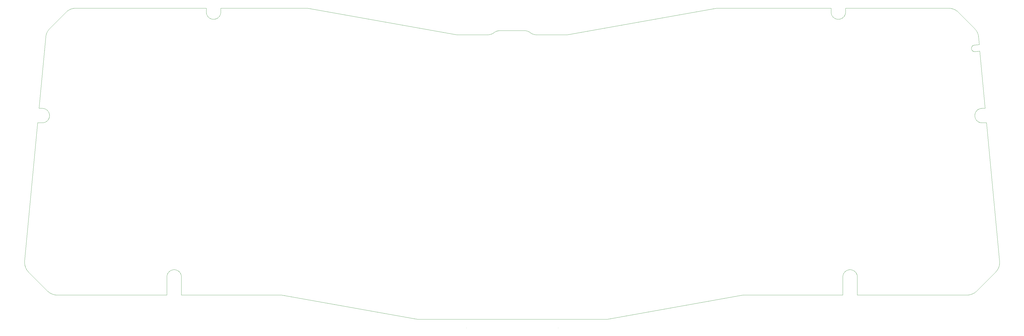
<source format=gbr>
G04 #@! TF.GenerationSoftware,KiCad,Pcbnew,(6.0.1)*
G04 #@! TF.CreationDate,2022-05-05T21:04:55+02:00*
G04 #@! TF.ProjectId,BMEK_Alps,424d454b-5f41-46c7-9073-2e6b69636164,1*
G04 #@! TF.SameCoordinates,Original*
G04 #@! TF.FileFunction,Profile,NP*
%FSLAX46Y46*%
G04 Gerber Fmt 4.6, Leading zero omitted, Abs format (unit mm)*
G04 Created by KiCad (PCBNEW (6.0.1)) date 2022-05-05 21:04:55*
%MOMM*%
%LPD*%
G01*
G04 APERTURE LIST*
G04 #@! TA.AperFunction,Profile*
%ADD10C,0.100000*%
G04 #@! TD*
G04 APERTURE END LIST*
D10*
X70354293Y-109623661D02*
X70310434Y-109576454D01*
X66064611Y-110206216D02*
X66036356Y-110264100D01*
X312575090Y-109013515D02*
X312517205Y-109041767D01*
X358093980Y-29240825D02*
X358114959Y-29261493D01*
X82450543Y-17823835D02*
X82514702Y-17829361D01*
X84736954Y-16876758D02*
X84777198Y-16826478D01*
X30681562Y-14240454D02*
X30794399Y-14192079D01*
X67525016Y-108914905D02*
X67464628Y-108937352D01*
X316258667Y-110811294D02*
X316243779Y-110748608D01*
X358350195Y-29437699D02*
X358375943Y-29452029D01*
X82007701Y-17741381D02*
X82069986Y-17757798D01*
X311136248Y-110811294D02*
X311122898Y-110874356D01*
X21546871Y-50386292D02*
X21487015Y-50362357D01*
X80490085Y-16615816D02*
X80525234Y-16669848D01*
X23116879Y-53323586D02*
X23128674Y-53260215D01*
X80133297Y-15723588D02*
X80146646Y-15786650D01*
X25874356Y-117970565D02*
X25751714Y-117966046D01*
X360315571Y-24250507D02*
X360576929Y-27038283D01*
X66599303Y-109485294D02*
X66553158Y-109530308D01*
X184106660Y-22936343D02*
X184167261Y-22898066D01*
X356726024Y-117934479D02*
X356604102Y-117948000D01*
X82772272Y-17835683D02*
X82836655Y-17833311D01*
X316322456Y-117972081D02*
X316322456Y-117972081D01*
X80133297Y-15723588D02*
X80133297Y-15723588D01*
X23154663Y-53068769D02*
X23160185Y-53004605D01*
X21054440Y-55386036D02*
X21054440Y-55386036D01*
X357774516Y-28653802D02*
X357781185Y-28682482D01*
X22967495Y-51806931D02*
X22967495Y-51806931D01*
X23190155Y-21259727D02*
X23265774Y-21182464D01*
X83156536Y-17797835D02*
X83219906Y-17786036D01*
X81945847Y-17723443D02*
X82007701Y-17741381D01*
X23034832Y-53634865D02*
X23054283Y-53573471D01*
X22589813Y-22022931D02*
X22649042Y-21932543D01*
X66553158Y-109530308D02*
X66508151Y-109576446D01*
X22793885Y-51461990D02*
X22760090Y-51407136D01*
X25021664Y-117875996D02*
X25021664Y-117875996D01*
X315880066Y-109928105D02*
X315880066Y-109928105D01*
X316122639Y-110381924D02*
X316122639Y-110381924D01*
X357798396Y-117679825D02*
X357682381Y-117719734D01*
X315880066Y-109928105D02*
X315843599Y-109874952D01*
X359190210Y-116913779D02*
X359092572Y-116988069D01*
X80638443Y-16826478D02*
X80678684Y-16876758D01*
X22611731Y-51196471D02*
X22571488Y-51146191D01*
X80102597Y-15532780D02*
X80111266Y-15596605D01*
X80456286Y-16560962D02*
X80490085Y-16615816D01*
X308608265Y-17703997D02*
X308669659Y-17723446D01*
X197668102Y-22700812D02*
X197668102Y-22700812D01*
X315553612Y-109530316D02*
X315507477Y-109485299D01*
X358520083Y-27274743D02*
X358492703Y-27285540D01*
X81249477Y-17394083D02*
X81249477Y-17394083D01*
X310376348Y-17660596D02*
X310436199Y-17636661D01*
X314209568Y-108811909D02*
X314209568Y-108811909D01*
X360349662Y-50496435D02*
X360293241Y-50527487D01*
X80282650Y-16216020D02*
X80282650Y-16216020D01*
X308486964Y-17660596D02*
X308547357Y-17683044D01*
X316209425Y-110624472D02*
X316189976Y-110563078D01*
X312997313Y-108856566D02*
X312935460Y-108874504D01*
X196928986Y-22265114D02*
X196994421Y-22294336D01*
X358385882Y-27335443D02*
X358385882Y-27335443D01*
X69413815Y-108961285D02*
X69353958Y-108937352D01*
X80146646Y-15786650D02*
X80161534Y-15849336D01*
X69646675Y-109071427D02*
X69589513Y-109041767D01*
X68473749Y-108762263D02*
X68409298Y-108761471D01*
X366693195Y-109453289D02*
X366600169Y-109554316D01*
X171025738Y-23458169D02*
X171025738Y-23458169D01*
X21950703Y-23504819D02*
X21978054Y-23400236D01*
X199205752Y-23398884D02*
X199276394Y-23411310D01*
X85219750Y-15973473D02*
X85237689Y-15911620D01*
X359557927Y-54476761D02*
X359599390Y-54526039D01*
X22724941Y-51353104D02*
X22688476Y-51299950D01*
X24901553Y-117850566D02*
X24782153Y-117822207D01*
X358144961Y-27503418D02*
X358123311Y-27523337D01*
X314581755Y-108914905D02*
X314520847Y-108893953D01*
X21365711Y-50318957D02*
X21304318Y-50299508D01*
X358034232Y-29175888D02*
X358053608Y-29198013D01*
X198258701Y-23076865D02*
X198322923Y-23108755D01*
X21606113Y-55211260D02*
X21664688Y-55184429D01*
X85304376Y-15596605D02*
X85313045Y-15532780D01*
X30794399Y-14192079D02*
X30794399Y-14192079D01*
X358962079Y-52811478D02*
X358962079Y-52811478D01*
X360293241Y-55095470D02*
X360349662Y-55126522D01*
X81763152Y-17660593D02*
X81823544Y-17683041D01*
X311668304Y-109721186D02*
X311628062Y-109771467D01*
X197493471Y-22574878D02*
X197552500Y-22615631D01*
X69758738Y-109134912D02*
X69703092Y-109102479D01*
X70983822Y-110874356D02*
X70983822Y-110874356D01*
X360128706Y-50628872D02*
X360128706Y-50628872D01*
X363239317Y-55436478D02*
X363239317Y-55436478D01*
X311151136Y-110748608D02*
X311136248Y-110811294D01*
X352879314Y-15190200D02*
X352967192Y-15275946D01*
X14849732Y-108680661D02*
X14780943Y-108561735D01*
X357750261Y-28302511D02*
X357748317Y-28331901D01*
X85022831Y-16448892D02*
X85052488Y-16391727D01*
X25507038Y-117947996D02*
X25385115Y-117934475D01*
X312053492Y-15340320D02*
X312055865Y-15275933D01*
X20542355Y-50186474D02*
X20542355Y-50186474D01*
X359872519Y-50823790D02*
X359824266Y-50866456D01*
X309688951Y-17823837D02*
X309752960Y-17816739D01*
X65812743Y-111001339D02*
X65804074Y-111065165D01*
X350527226Y-13932983D02*
X350646630Y-13961341D01*
X315261201Y-109278073D02*
X315208983Y-109240329D01*
X29172299Y-15275942D02*
X29260181Y-15190196D01*
X31974265Y-13865583D02*
X32095839Y-13849073D01*
X311903224Y-16095778D02*
X311924176Y-16034870D01*
X359599390Y-54526039D02*
X359642056Y-54574292D01*
X84219319Y-17357616D02*
X84271536Y-17319872D01*
X29535877Y-14946424D02*
X29631650Y-14869773D01*
X357799902Y-28042662D02*
X357791562Y-28070924D01*
X351896109Y-14461022D02*
X352002108Y-14522799D01*
X311628062Y-109771467D02*
X311589060Y-109822727D01*
X358689042Y-27224354D02*
X358660389Y-27231020D01*
X14594637Y-108194446D02*
X14539332Y-108068743D01*
X357986090Y-27677050D02*
X357968729Y-27700833D01*
X313122283Y-108825260D02*
X313059596Y-108840149D01*
X306806656Y-13811478D02*
X306806656Y-15211478D01*
X359766139Y-22396386D02*
X359815285Y-22492687D01*
X20991070Y-55397835D02*
X21054440Y-55386036D01*
X358962871Y-52875933D02*
X358965243Y-52940319D01*
X22109841Y-22988711D02*
X22148295Y-22887760D01*
X307486635Y-16974292D02*
X307530485Y-17021498D01*
X359428702Y-21842980D02*
X359428702Y-21842980D01*
X21487015Y-50362357D02*
X21426619Y-50339910D01*
X182768118Y-23422286D02*
X182839001Y-23411310D01*
X314642149Y-108937352D02*
X314581755Y-108914905D01*
X310611909Y-17556181D02*
X310669074Y-17526521D01*
X20542355Y-55436474D02*
X20606806Y-55435683D01*
X84422344Y-17199165D02*
X84470593Y-17156498D01*
X82386538Y-17816737D02*
X82450543Y-17823835D01*
X367758590Y-107551869D02*
X367717383Y-107682874D01*
X22710232Y-21843424D02*
X22773334Y-21755650D01*
X67585919Y-108893953D02*
X67525016Y-108914905D01*
X183326586Y-23294274D02*
X183394726Y-23271881D01*
X84322793Y-17280870D02*
X84373070Y-17240628D01*
X310436199Y-17636661D02*
X310495446Y-17611265D01*
X358891868Y-117129429D02*
X358891868Y-117129429D01*
X358027434Y-117591481D02*
X357913431Y-117637068D01*
X67286960Y-109013515D02*
X67229074Y-109041767D01*
X311185490Y-110624472D02*
X311167553Y-110686325D01*
X309880397Y-17797837D02*
X309943768Y-17786039D01*
X69813586Y-109168710D02*
X69758738Y-109134912D01*
X184621923Y-22574878D02*
X184681743Y-22535363D01*
X315685146Y-109671915D02*
X315642479Y-109623661D01*
X359214124Y-53933845D02*
X359242376Y-53991729D01*
X359000720Y-52362737D02*
X358990486Y-52426349D01*
X85332790Y-13811480D02*
X116830196Y-13811480D01*
X81092847Y-17280870D02*
X81144106Y-17319872D01*
X359972077Y-54880874D02*
X360023337Y-54919876D01*
X356604102Y-117948000D02*
X356481885Y-117958527D01*
X20927460Y-55408070D02*
X20991070Y-55397835D01*
X21365711Y-55303994D02*
X21426619Y-55283041D01*
X313059596Y-108840149D02*
X312997313Y-108856566D01*
X310943182Y-17357619D02*
X310995399Y-17319875D01*
X314877708Y-109041767D02*
X314819823Y-109013515D01*
X14921810Y-108797718D02*
X14849732Y-108680661D01*
X82195736Y-17786036D02*
X82259106Y-17797835D01*
X65984127Y-110381924D02*
X65984127Y-110381924D01*
X307920133Y-17357619D02*
X307973286Y-17394086D01*
X22991429Y-51866782D02*
X22967495Y-51806931D01*
X22276669Y-22590104D02*
X22276669Y-22590104D01*
X23164133Y-52682633D02*
X23160185Y-52618343D01*
X24197688Y-117637061D02*
X24083675Y-117591473D01*
X15156803Y-109136228D02*
X15075417Y-109025608D01*
X185319094Y-22210684D02*
X185386304Y-22185497D01*
X315101798Y-109168710D02*
X315046944Y-109134912D01*
X360800951Y-29427802D02*
X362747119Y-50186478D01*
X311514847Y-109928097D02*
X311514847Y-109928097D01*
X312049541Y-15404609D02*
X312053492Y-15340320D01*
X359862353Y-22590063D02*
X359907305Y-22688433D01*
X358872933Y-21181686D02*
X358948579Y-21258985D01*
X68409298Y-108761471D02*
X68344846Y-108762263D01*
X21664688Y-55184429D02*
X21722569Y-55156177D01*
X84608957Y-17021495D02*
X84652815Y-16974289D01*
X367886964Y-107018284D02*
X367860375Y-107152964D01*
X15607632Y-109653653D02*
X15511774Y-109555127D01*
X19383114Y-50186474D02*
X21823269Y-24249663D01*
X198788808Y-23294274D02*
X198857369Y-23315259D01*
X186580822Y-21975355D02*
X195534573Y-21975355D01*
X352106591Y-14587177D02*
X352209509Y-14654132D01*
X357748317Y-28331901D02*
X357747095Y-28361321D01*
X357749432Y-28479033D02*
X357751823Y-28508403D01*
X358022555Y-27630774D02*
X358022555Y-27630774D01*
X32707852Y-13811476D02*
X80082852Y-13811476D01*
X20606806Y-50187266D02*
X20542355Y-50186474D01*
X29172299Y-15275942D02*
X29172299Y-15275942D01*
X313185345Y-108811909D02*
X313185345Y-108811909D01*
X358872933Y-21181686D02*
X358872933Y-21181686D01*
X358746839Y-27213133D02*
X358717863Y-27218391D01*
X20671188Y-50189638D02*
X20606806Y-50187266D01*
X356847596Y-117917969D02*
X356726024Y-117934479D01*
X360576929Y-27038283D02*
X358834569Y-27201632D01*
X311804614Y-16333846D02*
X311831445Y-16275268D01*
X185386304Y-22185497D02*
X185454067Y-22161677D01*
X359561672Y-116593353D02*
X359471756Y-116676879D01*
X82514702Y-17829361D02*
X82578987Y-17833311D01*
X359369321Y-54215820D02*
X359404472Y-54269852D01*
X84563931Y-17067631D02*
X84608957Y-17021495D01*
X307816653Y-17280873D02*
X307867914Y-17319875D01*
X65796974Y-111129175D02*
X65791447Y-111193339D01*
X22650734Y-54375218D02*
X22688476Y-54323001D01*
X21823269Y-24249663D02*
X21834559Y-24142150D01*
X20799633Y-55423835D02*
X20863638Y-55416737D01*
X171025738Y-23458169D02*
X182267971Y-23458204D01*
X66263186Y-109874945D02*
X66226711Y-109928097D01*
X70265408Y-109530316D02*
X70265408Y-109530316D01*
X360237592Y-50559920D02*
X360182738Y-50593720D01*
X32707852Y-13811476D02*
X32707852Y-13811476D01*
X68538132Y-108764635D02*
X68473749Y-108762263D01*
X357763301Y-28596003D02*
X357768554Y-28624971D01*
X358981818Y-52490174D02*
X358974720Y-52554183D01*
X306870448Y-15786652D02*
X306885335Y-15849339D01*
X22256881Y-50823782D02*
X22207600Y-50782318D01*
X23265774Y-21182464D02*
X29172299Y-15275942D01*
X84777198Y-16826478D02*
X84816200Y-16775218D01*
X358482161Y-29502877D02*
X358509445Y-29513937D01*
X358140282Y-117543105D02*
X358027434Y-117591481D01*
X22688476Y-51299950D02*
X22650734Y-51247732D01*
X307249050Y-16669850D02*
X307285518Y-16723003D01*
X358027434Y-117591481D02*
X358027434Y-117591481D01*
X22461575Y-116507603D02*
X15607632Y-109653653D01*
X196661327Y-22161677D02*
X196661327Y-22161677D01*
X308137819Y-17495468D02*
X308194240Y-17526521D01*
X358603636Y-27246441D02*
X358575562Y-27255190D01*
X349921742Y-13835556D02*
X350043664Y-13849076D01*
X198519259Y-23196418D02*
X198585859Y-23222940D01*
X85107566Y-16275265D02*
X85132961Y-16216020D01*
X359642056Y-54574292D02*
X359685907Y-54621498D01*
X357209586Y-117850573D02*
X357089468Y-117876004D01*
X360188297Y-23505276D02*
X360213368Y-23610446D01*
X360582535Y-50386296D02*
X360582535Y-50386296D01*
X367189940Y-108797223D02*
X367114702Y-108912204D01*
X21946643Y-50593714D02*
X21891795Y-50559915D01*
X197713879Y-22732747D02*
X197771183Y-22775884D01*
X199632444Y-23451602D02*
X199704037Y-23455276D01*
X66191562Y-109982129D02*
X66157763Y-110036982D01*
X186294114Y-21987117D02*
X186437258Y-21978300D01*
X358999816Y-29595210D02*
X359029223Y-29593542D01*
X359040757Y-52173618D02*
X359025869Y-52236305D01*
X23103529Y-53386648D02*
X23116879Y-53323586D01*
X23167294Y-52811474D02*
X23167294Y-52811474D01*
X65937745Y-110502170D02*
X65916792Y-110563078D01*
X311924176Y-16034870D02*
X311943625Y-15973476D01*
X359921797Y-50782327D02*
X359872519Y-50823790D01*
X68921383Y-108811909D02*
X68858013Y-108800110D01*
X198995670Y-23352986D02*
X199065369Y-23369716D01*
X183529536Y-23222940D02*
X183596136Y-23196418D01*
X367396213Y-108440668D02*
X367330759Y-108561341D01*
X265285099Y-13811478D02*
X265285099Y-13811478D01*
X83830159Y-17584431D02*
X83888045Y-17556178D01*
X66226711Y-109928097D02*
X66191562Y-109982129D01*
X357935790Y-27749633D02*
X357920225Y-27774628D01*
X84890408Y-16669848D02*
X84890408Y-16669848D01*
X358547706Y-27264625D02*
X358520083Y-27274743D01*
X274847218Y-117972073D02*
X274847218Y-117972073D01*
X22857365Y-51574059D02*
X22826315Y-51517639D01*
X358834569Y-27201632D02*
X358805205Y-27204750D01*
X359233763Y-21583794D02*
X359300588Y-21668754D01*
X360582535Y-50386296D02*
X360523289Y-50411692D01*
X311122898Y-110874356D02*
X311111099Y-110937559D01*
X306939139Y-16034870D02*
X306960091Y-16095778D01*
X358990486Y-52426349D02*
X358981818Y-52490174D01*
X183119719Y-23352986D02*
X183189061Y-23334832D01*
X312056656Y-15211478D02*
X312056656Y-15211478D01*
X196246407Y-22048504D02*
X196386086Y-22080513D01*
X357885633Y-28957092D02*
X357899750Y-28983028D01*
X367189940Y-108797223D02*
X367189940Y-108797223D01*
X366504350Y-109652806D02*
X366504350Y-109652806D01*
X308669659Y-17723446D02*
X308731512Y-17741383D01*
X359557927Y-51146193D02*
X359517685Y-51196474D01*
X83712338Y-17636659D02*
X83712338Y-17636659D01*
X311943625Y-15973476D02*
X311961562Y-15911623D01*
X315155830Y-109203862D02*
X315101798Y-109168710D01*
X360702779Y-50339913D02*
X360642386Y-50362361D01*
X316294050Y-110999997D02*
X316283816Y-110937559D01*
X25021664Y-117875996D02*
X24901553Y-117850566D01*
X306813771Y-15404610D02*
X306819297Y-15468773D01*
X312044016Y-15468773D02*
X312049541Y-15404609D01*
X360274843Y-23928762D02*
X360290733Y-24035679D01*
X360949218Y-55357801D02*
X361011905Y-55372689D01*
X359057174Y-53511622D02*
X359075111Y-53573475D01*
X360213368Y-23610446D02*
X360236153Y-23716108D01*
X196105595Y-22022248D02*
X196246407Y-22048504D01*
X358359946Y-27349561D02*
X358334392Y-27364296D01*
X18889187Y-55436474D02*
X18889187Y-55436474D01*
X314991294Y-109102479D02*
X314934873Y-109071427D01*
X307249050Y-16669850D02*
X307249050Y-16669850D01*
X352002108Y-14522799D02*
X352106591Y-14587177D01*
X199135403Y-23385017D02*
X199205752Y-23398884D01*
X22571488Y-51146191D02*
X22530021Y-51096913D01*
X156718000Y-126740000D02*
X107368404Y-117972073D01*
X22649042Y-21932543D02*
X22710232Y-21843424D01*
X80258726Y-16156169D02*
X80282650Y-16216020D01*
X311961562Y-15911623D02*
X311977979Y-15849339D01*
X358775957Y-27208585D02*
X358746839Y-27213133D01*
X22487349Y-51048660D02*
X22443491Y-51001454D01*
X359824266Y-54756502D02*
X359872519Y-54799169D01*
X311982896Y-109398780D02*
X311934643Y-109441445D01*
X21864085Y-23928082D02*
X21882305Y-23821601D01*
X313185345Y-108811909D02*
X313122283Y-108825260D01*
X316189976Y-110563078D02*
X316169023Y-110502170D01*
X360406827Y-50466775D02*
X360349662Y-50496435D01*
X316272019Y-110874356D02*
X316272019Y-110874356D01*
X23013877Y-53695773D02*
X23034832Y-53634865D01*
X85282345Y-15723588D02*
X85294142Y-15660217D01*
X360763687Y-50318961D02*
X360702779Y-50339913D01*
X182697049Y-23431804D02*
X182768118Y-23422286D01*
X80236285Y-16095775D02*
X80258726Y-16156169D01*
X358167085Y-27484042D02*
X358144961Y-27503418D01*
X67171906Y-109071427D02*
X67115483Y-109102479D01*
X311075621Y-111221362D02*
X311073248Y-111264425D01*
X22424081Y-22301391D02*
X22477314Y-22207388D01*
X312056656Y-15211478D02*
X312056656Y-13811478D01*
X357799902Y-28042662D02*
X357799902Y-28042662D01*
X198195126Y-23043656D02*
X198258701Y-23076865D01*
X24782153Y-117822207D02*
X24663518Y-117790937D01*
X316272019Y-110874356D02*
X316258667Y-110811294D01*
X361074967Y-50236920D02*
X361074967Y-50236920D01*
X367114702Y-108912204D02*
X367036379Y-109025012D01*
X361261241Y-55416739D02*
X361319037Y-55423838D01*
X361465029Y-55435687D02*
X361501106Y-55436478D01*
X360886934Y-50281574D02*
X360825081Y-50299511D01*
X311841301Y-109530308D02*
X311841301Y-109530308D01*
X358823356Y-29590046D02*
X358852702Y-29592712D01*
X358962079Y-52811478D02*
X358962871Y-52875933D01*
X358823356Y-29590046D02*
X358823356Y-29590046D01*
X312133715Y-109278073D02*
X312082455Y-109317076D01*
X22352337Y-50910301D02*
X22305135Y-50866449D01*
X312874065Y-108893953D02*
X312813158Y-108914905D01*
X21834559Y-24142150D02*
X21848167Y-24034944D01*
X361501106Y-55436478D02*
X363239317Y-55436478D01*
X361200606Y-50214886D02*
X361138169Y-50225121D01*
X21664688Y-50438520D02*
X21606113Y-50411689D01*
X367672568Y-107812771D02*
X367624200Y-107941388D01*
X312185933Y-109240329D02*
X312133715Y-109278073D01*
X359161896Y-51806935D02*
X359161896Y-51806935D01*
X357814850Y-28795366D02*
X357824980Y-28823014D01*
X80423851Y-16505313D02*
X80456286Y-16560962D01*
X360075554Y-54957620D02*
X360128706Y-54994088D01*
X306845299Y-15660220D02*
X306857098Y-15723591D01*
X361501106Y-55436478D02*
X361501106Y-55436478D01*
X311096939Y-17240631D02*
X311146217Y-17199167D01*
X67960554Y-108800110D02*
X67897183Y-108811909D01*
X358362114Y-117438182D02*
X358251858Y-117491996D01*
X21836149Y-55095466D02*
X21891795Y-55063033D01*
X311072456Y-117972073D02*
X274847218Y-117972073D01*
X310255047Y-17703997D02*
X310315955Y-17683044D01*
X359606427Y-22114257D02*
X359661691Y-22207138D01*
X311046658Y-17280873D02*
X311096939Y-17240631D01*
X82707821Y-17836475D02*
X82707821Y-17836475D01*
X197186854Y-22389903D02*
X197249641Y-22424357D01*
X70478675Y-109771474D02*
X70438431Y-109721194D01*
X21722569Y-50466771D02*
X21664688Y-50438520D01*
X30137400Y-14522795D02*
X30243400Y-14461019D01*
X309943768Y-17786039D02*
X310006829Y-17772688D01*
X22967495Y-51806931D02*
X22942100Y-51747686D01*
X22352328Y-54712647D02*
X22398464Y-54667630D01*
X85080737Y-16333843D02*
X85107566Y-16275265D01*
X29729288Y-14795483D02*
X29828749Y-14723590D01*
X82195736Y-17786036D02*
X82195736Y-17786036D01*
X24428754Y-117719726D02*
X24312732Y-117679817D01*
X308731512Y-17741383D02*
X308793796Y-17757800D01*
X66508151Y-109576446D02*
X66464308Y-109623654D01*
X70834438Y-110381924D02*
X70809043Y-110322680D01*
X359012519Y-53323590D02*
X359025869Y-53386651D01*
X315598628Y-109576454D02*
X315553612Y-109530316D01*
X350407108Y-13907553D02*
X350407108Y-13907553D01*
X357328989Y-117822215D02*
X357209586Y-117850573D01*
X359862353Y-22590063D02*
X359862353Y-22590063D01*
X314209568Y-108811909D02*
X314146198Y-108800110D01*
X68666576Y-108774110D02*
X68602417Y-108768585D01*
X359242376Y-51631227D02*
X359214124Y-51689111D01*
X66646513Y-109441445D02*
X66599303Y-109485294D01*
X83092926Y-17808069D02*
X83156536Y-17797835D01*
X357768554Y-28624971D02*
X357774516Y-28653802D01*
X312813158Y-108914905D02*
X312752764Y-108937352D01*
X358102148Y-27543790D02*
X358081480Y-27564769D01*
X360523289Y-55211266D02*
X360582535Y-55236664D01*
X80720147Y-16926036D02*
X80762814Y-16974289D01*
X21546871Y-50386292D02*
X21546871Y-50386292D01*
X307766372Y-17240631D02*
X307816653Y-17280873D01*
X360128706Y-54994088D02*
X360128706Y-54994088D01*
X81823544Y-17683041D02*
X81884452Y-17703994D01*
X14182766Y-106746434D02*
X14182766Y-106746434D01*
X23044094Y-21418989D02*
X23116254Y-21338578D01*
X312055865Y-15275933D02*
X312056656Y-15211478D01*
X361074967Y-50236920D02*
X361011905Y-50250270D01*
X68730581Y-108781208D02*
X68666576Y-108774110D01*
X357968729Y-27700833D02*
X357951960Y-27725031D01*
X66009523Y-110322678D02*
X65984127Y-110381924D01*
X359428702Y-21842980D02*
X359489913Y-21932145D01*
X14251366Y-107152760D02*
X14224794Y-107018023D01*
X70123833Y-109398782D02*
X70074555Y-109357318D01*
X357962316Y-29082846D02*
X357979440Y-29106768D01*
X70995618Y-110937726D02*
X70983822Y-110874356D01*
X69232654Y-108893953D02*
X69171261Y-108874504D01*
X197713879Y-22732747D02*
X197713879Y-22732747D01*
X80089970Y-15404607D02*
X80095497Y-15468771D01*
X359040757Y-53449338D02*
X359057174Y-53511622D01*
X196729090Y-22185497D02*
X196796301Y-22210684D01*
X357829035Y-27959255D02*
X357818646Y-27986807D01*
X81644063Y-17611262D02*
X81703304Y-17636659D01*
X314272630Y-108825260D02*
X314209568Y-108811909D01*
X358114959Y-29261493D02*
X358136454Y-29281655D01*
X22256868Y-54799165D02*
X22305122Y-54756499D01*
X183462392Y-23248097D02*
X183529536Y-23222940D01*
X80215336Y-16034868D02*
X80236285Y-16095775D01*
X311352754Y-110206216D02*
X311324502Y-110264100D01*
X361200606Y-55408072D02*
X361261241Y-55416739D01*
X66125328Y-110092631D02*
X66094273Y-110149051D01*
X315460272Y-109441448D02*
X315412020Y-109398782D01*
X357089468Y-117876004D02*
X357089468Y-117876004D01*
X313248715Y-108800110D02*
X313185345Y-108811909D01*
X198195126Y-23043656D02*
X198195126Y-23043656D01*
X69973004Y-109278073D02*
X69920777Y-109240329D01*
X357808933Y-28014613D02*
X357799902Y-28042662D01*
X70265408Y-109530316D02*
X70219282Y-109485299D01*
X311072456Y-111300503D02*
X311072456Y-111300503D01*
X25142373Y-117898470D02*
X25021664Y-117875996D01*
X311225892Y-110502170D02*
X311204939Y-110563078D01*
X22530021Y-54526036D02*
X22571488Y-54476758D01*
X309174361Y-17823837D02*
X309238525Y-17829363D01*
X314146198Y-108800110D02*
X314082585Y-108789876D01*
X184286056Y-22817824D02*
X184344212Y-22775884D01*
X22305135Y-50866449D02*
X22256881Y-50823782D01*
X84695487Y-16926036D02*
X84736954Y-16876758D01*
X359730924Y-50955323D02*
X359730924Y-50955323D01*
X307147665Y-16505315D02*
X307180098Y-16560965D01*
X358299823Y-29407183D02*
X358324818Y-29422748D01*
X357885633Y-28957092D02*
X357885633Y-28957092D01*
X22398464Y-54667630D02*
X22398464Y-54667630D01*
X360160948Y-23400636D02*
X360188297Y-23505276D01*
X82259106Y-17797835D02*
X82322716Y-17808069D01*
X360256648Y-23822226D02*
X360274843Y-23928762D01*
X24663518Y-117790937D02*
X24545700Y-117756771D01*
X316321665Y-111264427D02*
X316319292Y-111221365D01*
X360290733Y-24035679D02*
X360304312Y-24142940D01*
X313761911Y-108762263D02*
X313697456Y-108761471D01*
X360949218Y-50265157D02*
X360886934Y-50281574D01*
X307058701Y-16333846D02*
X307086953Y-16391730D01*
X81527605Y-17556178D02*
X81585487Y-17584431D01*
X358575562Y-27255190D02*
X358547706Y-27264625D01*
X22157306Y-54880870D02*
X22207588Y-54840629D01*
X22207588Y-54840629D02*
X22256868Y-54799165D01*
X186009800Y-22022248D02*
X186151568Y-22001776D01*
X66300936Y-109822727D02*
X66263186Y-109874945D01*
X68794403Y-108789876D02*
X68730581Y-108781208D01*
X306835064Y-15596608D02*
X306845299Y-15660220D01*
X315843599Y-109874952D02*
X315805854Y-109822734D01*
X70517677Y-109822734D02*
X70478675Y-109771474D01*
X358251858Y-117491996D02*
X358140282Y-117543105D01*
X361319037Y-50199119D02*
X361261241Y-50206218D01*
X358592853Y-29543070D02*
X358621115Y-29551410D01*
X85132961Y-16216020D02*
X85156895Y-16156169D01*
X310835998Y-17429237D02*
X310890030Y-17394086D01*
X358509445Y-29513937D02*
X358536997Y-29524326D01*
X22826315Y-51517639D02*
X22793885Y-51461990D01*
X357447625Y-117790945D02*
X357328989Y-117822215D01*
X358275221Y-29391013D02*
X358299823Y-29407183D01*
X15328500Y-109350516D02*
X15241181Y-109244551D01*
X311111099Y-110937559D02*
X311100864Y-110999996D01*
X308793796Y-17757800D02*
X308856483Y-17772688D01*
X198720669Y-23271881D02*
X198788808Y-23294274D01*
X184447292Y-22700812D02*
X184447292Y-22700812D01*
X357796632Y-28739337D02*
X357796632Y-28739337D01*
X21180185Y-55357797D02*
X21242467Y-55341380D01*
X311776361Y-16391730D02*
X311804614Y-16333846D01*
X359187293Y-53875267D02*
X359214124Y-53933845D01*
X367330759Y-108561341D02*
X367261990Y-108680216D01*
X358788950Y-117196383D02*
X358684467Y-117260761D01*
X361138169Y-55397838D02*
X361200606Y-55408072D01*
X360800951Y-29427802D02*
X360800951Y-29427802D01*
X367929027Y-106746807D02*
X367909854Y-106882873D01*
X311501052Y-16826480D02*
X311540054Y-16775220D01*
X367956383Y-106476277D02*
X367944486Y-106610620D01*
X66380184Y-109721186D02*
X66339941Y-109771467D01*
X82643370Y-17835683D02*
X82707821Y-17836475D01*
X23013877Y-51927175D02*
X22991429Y-51866782D01*
X67059832Y-109134912D02*
X67004980Y-109168710D01*
X14780943Y-108561735D02*
X14715475Y-108441011D01*
X85313045Y-15532780D02*
X85320145Y-15468771D01*
X85254107Y-15849337D02*
X85268995Y-15786650D01*
X316042159Y-110206219D02*
X316012500Y-110149055D01*
X312056656Y-13811478D02*
X312056656Y-13811478D01*
X360825081Y-50299511D02*
X360763687Y-50318961D01*
X356114017Y-117972081D02*
X316322456Y-117972081D01*
X306806656Y-15211478D02*
X306807447Y-15275933D01*
X306807447Y-15275933D02*
X306809820Y-15340320D01*
X312517205Y-109041767D02*
X312460040Y-109071427D01*
X306806656Y-13811478D02*
X306806656Y-13811478D01*
X359161896Y-53816021D02*
X359161896Y-53816021D01*
X359272036Y-54048895D02*
X359303089Y-54105316D01*
X314819823Y-109013515D02*
X314761245Y-108986683D01*
X195963826Y-22001776D02*
X196105595Y-22022248D01*
X22760090Y-51407136D02*
X22724941Y-51353104D01*
X80392796Y-16448892D02*
X80423851Y-16505313D01*
X306857098Y-15723591D02*
X306870448Y-15786652D01*
X21304318Y-50299508D02*
X21242467Y-50281570D01*
X311841301Y-109530308D02*
X311796284Y-109576446D01*
X311072456Y-117972073D02*
X311072456Y-117972073D01*
X367672568Y-107812771D02*
X367672568Y-107812771D01*
X182979986Y-23385017D02*
X183050020Y-23369716D01*
X307402506Y-16876761D02*
X307443970Y-16926039D01*
X30908411Y-14146489D02*
X31023452Y-14103731D01*
X359025869Y-53386651D02*
X359040757Y-53449338D01*
X82578987Y-17833311D02*
X82643370Y-17835683D01*
X311248340Y-110441776D02*
X311225892Y-110502170D01*
X29350100Y-15106671D02*
X29442013Y-15025402D01*
X70310434Y-109576454D02*
X70265408Y-109530316D01*
X22305122Y-54756499D02*
X22352328Y-54712647D01*
X314335317Y-108840149D02*
X314272630Y-108825260D01*
X311856842Y-16216022D02*
X311856842Y-16216022D01*
X21891795Y-55063033D02*
X21946643Y-55029235D01*
X360642386Y-55260598D02*
X360702779Y-55283046D01*
X22443491Y-54621494D02*
X22487349Y-54574289D01*
X69171261Y-108874504D02*
X69109410Y-108856566D01*
X313312328Y-108789876D02*
X313248715Y-108800110D01*
X23088641Y-52173614D02*
X23072223Y-52111330D01*
X308082170Y-17463035D02*
X308137819Y-17495468D01*
X80851681Y-17067631D02*
X80851681Y-17067631D01*
X312633668Y-108986683D02*
X312575090Y-109013515D01*
X14539332Y-108068743D02*
X14487480Y-107941521D01*
X312692913Y-108961285D02*
X312633668Y-108986683D01*
X14281620Y-107286690D02*
X14251366Y-107152760D01*
X67004980Y-109168710D02*
X66950955Y-109203862D01*
X83945213Y-17526519D02*
X84001636Y-17495466D01*
X306885335Y-15849339D02*
X306901752Y-15911623D01*
X24083675Y-117591473D02*
X23970828Y-117543097D01*
X311683216Y-16560965D02*
X311715649Y-16505315D01*
X65784329Y-117972073D02*
X65784329Y-117972073D01*
X84959352Y-16560962D02*
X84991781Y-16505313D01*
X21946643Y-55029235D02*
X22000668Y-54994084D01*
X306857098Y-15723591D02*
X306857098Y-15723591D01*
X367624200Y-107941388D02*
X367572346Y-108068556D01*
X312032174Y-109357317D02*
X311982896Y-109398780D01*
X311072456Y-111300503D02*
X311072456Y-117972073D01*
X311204939Y-110563078D02*
X311185490Y-110624472D01*
X358136454Y-29281655D02*
X358158459Y-29301300D01*
X358492703Y-27285540D02*
X358465580Y-27297012D01*
X22398464Y-54667630D02*
X22443491Y-54621494D01*
X15241181Y-109244551D02*
X15156803Y-109136228D01*
X22053823Y-54957616D02*
X22106043Y-54919873D01*
X314761245Y-108986683D02*
X314702000Y-108961285D01*
X195678137Y-21978300D02*
X195821281Y-21987117D01*
X65897343Y-110624472D02*
X65879407Y-110686325D01*
X67709157Y-108856566D02*
X67647308Y-108874504D01*
X310890030Y-17394086D02*
X310943182Y-17357619D01*
X359777060Y-50910306D02*
X359730924Y-50955323D01*
X23072223Y-52111330D02*
X23054283Y-52049477D01*
X307213898Y-16615818D02*
X307249050Y-16669850D01*
X358911511Y-29595878D02*
X358940947Y-29596377D01*
X31732388Y-13907550D02*
X31732388Y-13907550D01*
X311992867Y-15786652D02*
X312006218Y-15723591D01*
X85332790Y-15211476D02*
X85332790Y-13811480D01*
X197249641Y-22424357D02*
X197311716Y-22460092D01*
X306982539Y-16156171D02*
X307006474Y-16216022D01*
X197668102Y-22700812D02*
X197713879Y-22732747D01*
X367909854Y-106882873D02*
X367886964Y-107018284D01*
X367458319Y-108318266D02*
X367396213Y-108440668D01*
X358882091Y-29594656D02*
X358911511Y-29595878D01*
X22443491Y-51001454D02*
X22398464Y-50955319D01*
X315766852Y-109771474D02*
X315726609Y-109721194D01*
X182839001Y-23411310D02*
X182909639Y-23398884D01*
X367717383Y-107682874D02*
X367672568Y-107812771D01*
X184401516Y-22732747D02*
X184447292Y-22700812D01*
X311146217Y-17199167D02*
X311194470Y-17156501D01*
X358965243Y-52682637D02*
X358962871Y-52747023D01*
X22838294Y-21669290D02*
X22905090Y-21584374D01*
X360576929Y-27038283D02*
X360576929Y-27038283D01*
X70753965Y-110206219D02*
X70724308Y-110149055D01*
X83771581Y-17611262D02*
X83830159Y-17584431D01*
X314018760Y-108781208D02*
X313954751Y-108774110D01*
X357756313Y-28243893D02*
X357752927Y-28273165D01*
X85332790Y-15211476D02*
X85332790Y-15211476D01*
X81196323Y-17357616D02*
X81249477Y-17394083D01*
X309560497Y-17833314D02*
X309624787Y-17829363D01*
X199847424Y-23458229D02*
X211089550Y-23458289D01*
X359025869Y-52236305D02*
X359012519Y-52299366D01*
X15607632Y-109653653D02*
X15607632Y-109653653D01*
X357914486Y-29008581D02*
X357929831Y-29033743D01*
X29260181Y-15190196D02*
X29350100Y-15106671D01*
X349554427Y-13812987D02*
X349677068Y-13817506D01*
X31023452Y-14103731D02*
X31139470Y-14063821D01*
X84991781Y-16505313D02*
X85022831Y-16448892D01*
X361074967Y-55386040D02*
X361074967Y-55386040D01*
X312028250Y-15596608D02*
X312036917Y-15532782D01*
X23167294Y-52811474D02*
X23166503Y-52747020D01*
X311746702Y-16448895D02*
X311776361Y-16391730D01*
X349677068Y-13817506D02*
X349799525Y-13825031D01*
X357751823Y-28508403D02*
X357754933Y-28537706D01*
X66421646Y-109671908D02*
X66380184Y-109721186D01*
X21978054Y-23400236D02*
X22007669Y-23296268D01*
X311887437Y-109485294D02*
X311841301Y-109530308D01*
X359661691Y-22207138D02*
X359714935Y-22301192D01*
X14201922Y-106882556D02*
X14182766Y-106746434D01*
X84517796Y-17112648D02*
X84563931Y-17067631D01*
X69531631Y-109013515D02*
X69473056Y-108986683D01*
X80945036Y-17156498D02*
X80993291Y-17199165D01*
X85332790Y-13811480D02*
X85332790Y-13811480D01*
X312239086Y-109203862D02*
X312185933Y-109240329D01*
X357765228Y-28185677D02*
X357760414Y-28214726D01*
X358212718Y-27446949D02*
X358189674Y-27465216D01*
X25629256Y-117958521D02*
X25507038Y-117947996D01*
X23322159Y-117196373D02*
X23219235Y-117129422D01*
X80086017Y-15340317D02*
X80089970Y-15404607D01*
X24312732Y-117679817D02*
X24197688Y-117637061D01*
X352967192Y-15275945D02*
X358872933Y-21181686D01*
X358158459Y-29301300D02*
X358180964Y-29320419D01*
X81884452Y-17703994D02*
X81945847Y-17723443D01*
X367830103Y-107286839D02*
X367796169Y-107419832D01*
X67647308Y-108874504D02*
X67585919Y-108893953D01*
X22000668Y-50628865D02*
X22000668Y-50628865D01*
X359950103Y-22787718D02*
X359990735Y-22887882D01*
X360702779Y-55283046D02*
X360763687Y-55303998D01*
X309752960Y-17816739D02*
X309816785Y-17808071D01*
X311614266Y-16669850D02*
X311649417Y-16615818D01*
X183189061Y-23334832D02*
X183258024Y-23315259D01*
X22724941Y-51353104D02*
X22724941Y-51353104D01*
X358969194Y-52618347D02*
X358965243Y-52682637D01*
X315362742Y-109357318D02*
X315312462Y-109317076D01*
X359057174Y-52111334D02*
X359040757Y-52173618D01*
X65916792Y-110563078D02*
X65897343Y-110624472D01*
X14653362Y-108318558D02*
X14594637Y-108194446D01*
X185056171Y-22324882D02*
X185120974Y-22294336D01*
X357754933Y-28537706D02*
X357758760Y-28566910D01*
X357791562Y-28070924D02*
X357783923Y-28099370D01*
X357864209Y-27878254D02*
X357851822Y-27904967D01*
X25263541Y-117917964D02*
X25142373Y-117898470D01*
X22487349Y-54574289D02*
X22530021Y-54526036D01*
X84166165Y-17394083D02*
X84166165Y-17394083D01*
X316012500Y-110149055D02*
X315981448Y-110092635D01*
X360131342Y-23296612D02*
X360160948Y-23400636D01*
X23138905Y-52426345D02*
X23128674Y-52362733D01*
X65787494Y-111257629D02*
X65785121Y-111322016D01*
X22688476Y-54323001D02*
X22724941Y-54269848D01*
X80851681Y-17067631D02*
X80897826Y-17112648D01*
X359242376Y-53991729D02*
X359272036Y-54048895D01*
X307086953Y-16391730D02*
X307116613Y-16448895D01*
X20606806Y-55435683D02*
X20671188Y-55433311D01*
X184447292Y-22700812D02*
X184504678Y-22657613D01*
X358189674Y-27465216D02*
X358167085Y-27484042D01*
X70627033Y-109982134D02*
X70591885Y-109928105D01*
X357851822Y-27904967D02*
X357840095Y-27931971D01*
X356236787Y-117970573D02*
X356114017Y-117972081D01*
X85331999Y-15275931D02*
X85332790Y-15211476D01*
X195534573Y-21975355D02*
X195534573Y-21975355D01*
X70219282Y-109485299D02*
X70172083Y-109441448D01*
X185454067Y-22161677D02*
X185590943Y-22118248D01*
X359777060Y-54712651D02*
X359824266Y-54756502D01*
X361465029Y-50187270D02*
X361421968Y-50189642D01*
X311287811Y-17067634D02*
X311287811Y-17067634D01*
X316309816Y-111118431D02*
X316302718Y-111060634D01*
X311445897Y-110036982D02*
X311413465Y-110092631D01*
X361372958Y-55429363D02*
X361421968Y-55433314D01*
X359649550Y-116507603D02*
X359649550Y-116507603D01*
X310193653Y-17723446D02*
X310255047Y-17703997D01*
X307668841Y-17156501D02*
X307717094Y-17199167D01*
X22887021Y-51631224D02*
X22857365Y-51574059D01*
X70901775Y-110563078D02*
X70880821Y-110502170D01*
X316322456Y-111300503D02*
X316321665Y-111264427D01*
X312056656Y-13811478D02*
X349431656Y-13811479D01*
X107368404Y-117972073D02*
X71034237Y-117972073D01*
X30243400Y-14461019D02*
X30350865Y-14401870D01*
X350286402Y-13885080D02*
X350407108Y-13907553D01*
X351569499Y-14291565D02*
X351679755Y-14345379D01*
X211089550Y-23458289D02*
X211089550Y-23458289D01*
X70983822Y-110874356D02*
X70970473Y-110811294D01*
X30032913Y-14587174D02*
X30137400Y-14522795D01*
X184681743Y-22535363D02*
X184742335Y-22497097D01*
X198653003Y-23248097D02*
X198720669Y-23271881D01*
X359404472Y-51353108D02*
X359404472Y-51353108D01*
X307180098Y-16560965D02*
X307213898Y-16615818D01*
X359058593Y-29591153D02*
X359058593Y-29591153D01*
X306901752Y-15911623D02*
X306919689Y-15973476D01*
X352697487Y-15025405D02*
X352789398Y-15106675D01*
X309110352Y-17816739D02*
X309174361Y-17823837D01*
X70724308Y-110149055D02*
X70693258Y-110092635D01*
X20671188Y-55433311D02*
X20735474Y-55429361D01*
X22967495Y-53816018D02*
X22991429Y-53756166D01*
X184928541Y-22389903D02*
X184992020Y-22356741D01*
X357979440Y-29106768D02*
X357997139Y-29130256D01*
X358385882Y-27335443D02*
X358359946Y-27349561D01*
X83592098Y-17683041D02*
X83652490Y-17660593D01*
X358465580Y-27297012D02*
X358438727Y-27309156D01*
X14165096Y-105649784D02*
X14165096Y-105649784D01*
X358284472Y-27395587D02*
X358260127Y-27412126D01*
X316097242Y-110322680D02*
X316070411Y-110264103D01*
X14439114Y-107812848D02*
X14439114Y-107812848D01*
X183394726Y-23271881D02*
X183394726Y-23271881D01*
X359012519Y-53323590D02*
X359012519Y-53323590D01*
X14165096Y-105649784D02*
X18889187Y-55436474D01*
X358592853Y-29543070D02*
X358592853Y-29543070D01*
X310781144Y-17463035D02*
X310835998Y-17429237D01*
X84816200Y-16775218D02*
X84853943Y-16723000D01*
X80334879Y-16333843D02*
X80363134Y-16391727D01*
X311100864Y-110999996D02*
X311092196Y-111060631D01*
X199347272Y-23422286D02*
X199418339Y-23431804D01*
X22942100Y-53875263D02*
X22967495Y-53816018D01*
X358993110Y-117059964D02*
X358891868Y-117129429D01*
X70555420Y-109874952D02*
X70517677Y-109822734D01*
X360763687Y-55303998D02*
X360825081Y-55323447D01*
X311479696Y-109982129D02*
X311445897Y-110036982D01*
X32217762Y-13835553D02*
X32339980Y-13825027D01*
X358660389Y-27231020D02*
X358631916Y-27238384D01*
X84563931Y-17067631D02*
X84563931Y-17067631D01*
X358965243Y-52940319D02*
X358969194Y-53004609D01*
X65791447Y-111193339D02*
X65787494Y-111257629D01*
X311092196Y-111060631D02*
X311085097Y-111118429D01*
X358015406Y-29153299D02*
X358034232Y-29175888D01*
X83282968Y-17772686D02*
X83345656Y-17757798D01*
X359990735Y-22887882D02*
X360029188Y-22988889D01*
X66094273Y-110149051D02*
X66064611Y-110206216D01*
X22207600Y-50782318D02*
X22157314Y-50742076D01*
X350646630Y-13961341D02*
X350765266Y-13992612D01*
X359440939Y-51299954D02*
X359404472Y-51353108D01*
X357760414Y-28214726D02*
X357756313Y-28243893D01*
X85132961Y-16216020D02*
X85132961Y-16216020D01*
X185868987Y-22048504D02*
X186009800Y-22022248D01*
X31256413Y-14026775D02*
X31374228Y-13992609D01*
X358061318Y-27586265D02*
X358041673Y-27608269D01*
X358412157Y-27321968D02*
X358385882Y-27335443D01*
X85200298Y-16034868D02*
X85219750Y-15973473D01*
X359094560Y-51988087D02*
X359075111Y-52049481D01*
X22920905Y-116913775D02*
X22825138Y-116837123D01*
X311649417Y-16615818D02*
X311683216Y-16560965D01*
X67897183Y-108811909D02*
X67897183Y-108811909D01*
X83531190Y-17703994D02*
X83592098Y-17683041D01*
X198585859Y-23222940D02*
X198653003Y-23248097D01*
X83219906Y-17786036D02*
X83282968Y-17772686D01*
X83345656Y-17757798D02*
X83407941Y-17741381D01*
X360642386Y-50362361D02*
X360582535Y-50386296D01*
X309431656Y-17836478D02*
X309431656Y-17836478D01*
X356359428Y-117966053D02*
X356236787Y-117970573D01*
X83469795Y-17723443D02*
X83531190Y-17703994D01*
X71034237Y-117972073D02*
X71034237Y-117972073D01*
X71031076Y-111257629D02*
X71027129Y-111193339D01*
X14997070Y-108912751D02*
X14921810Y-108797718D01*
X71034237Y-111386471D02*
X71033446Y-111322016D01*
X84112139Y-17429234D02*
X84166165Y-17394083D01*
X198720669Y-23271881D02*
X198720669Y-23271881D01*
X358852702Y-29592712D02*
X358882091Y-29594656D01*
X69293562Y-108914905D02*
X69232654Y-108893953D01*
X80121500Y-15660217D02*
X80133297Y-15723588D01*
X358375943Y-29452029D02*
X358402035Y-29465722D01*
X361261241Y-50206218D02*
X361200606Y-50214886D01*
X367964915Y-106345994D02*
X367956383Y-106476277D01*
X70591885Y-109928105D02*
X70591885Y-109928105D01*
X310131800Y-17741383D02*
X310193653Y-17723446D01*
X357877251Y-27851845D02*
X357864209Y-27878254D01*
X82900940Y-17829361D02*
X82965099Y-17823835D01*
X84373070Y-17240628D02*
X84422344Y-17199165D01*
X23117996Y-117059959D02*
X23018539Y-116988065D01*
X65784329Y-111386471D02*
X65784329Y-111386471D01*
X20735474Y-50193589D02*
X20671188Y-50189638D01*
X66694768Y-109398780D02*
X66646513Y-109441445D01*
X359730924Y-50955323D02*
X359685907Y-51001457D01*
X81470440Y-17526519D02*
X81527605Y-17556178D01*
X23147569Y-52490171D02*
X23138905Y-52426345D01*
X14143449Y-106061287D02*
X14146893Y-105923999D01*
X313376153Y-108781208D02*
X313312328Y-108789876D01*
X30459746Y-14345376D02*
X30569994Y-14291562D01*
X23088641Y-53449334D02*
X23103529Y-53386648D01*
X31612268Y-13932980D02*
X31732388Y-13907550D01*
X313890587Y-108768585D02*
X313826298Y-108764635D01*
X14487480Y-107941521D02*
X14439114Y-107812848D01*
X357920225Y-27774628D02*
X357905274Y-27800005D01*
X24545700Y-117756771D02*
X24428754Y-117719726D01*
X21180185Y-50265154D02*
X21117501Y-50250266D01*
X358251023Y-29374243D02*
X358275221Y-29391013D01*
X312403620Y-109102479D02*
X312347970Y-109134912D01*
X21891795Y-50559915D02*
X21836149Y-50527483D01*
X307575501Y-17067634D02*
X307575501Y-17067634D01*
X23128674Y-52362733D02*
X23116879Y-52299363D01*
X84001636Y-17495466D02*
X84057287Y-17463033D01*
X30350865Y-14401870D02*
X30459746Y-14345376D01*
X359161896Y-53816021D02*
X359187293Y-53875267D01*
X85329625Y-15340317D02*
X85331999Y-15275931D01*
X68409298Y-108761471D02*
X68409298Y-108761471D01*
X23116879Y-52299363D02*
X23116879Y-52299363D01*
X314934873Y-109071427D02*
X314877708Y-109041767D01*
X307575501Y-17067634D02*
X307621635Y-17112650D01*
X22157314Y-50742076D02*
X22106048Y-50703074D01*
X350407108Y-13907553D02*
X350527226Y-13932983D01*
X310436199Y-17636661D02*
X310436199Y-17636661D01*
X85294142Y-15660217D02*
X85304376Y-15596605D01*
X361501106Y-50186478D02*
X361465029Y-50187270D01*
X367517041Y-108194206D02*
X367458319Y-108318266D01*
X315312462Y-109317076D02*
X315261201Y-109278073D01*
X68344846Y-108762263D02*
X68280460Y-108764635D01*
X359824266Y-50866456D02*
X359777060Y-50910306D01*
X22398464Y-50955319D02*
X22398464Y-50955319D01*
X358974720Y-53068773D02*
X358981818Y-53132782D01*
X307006474Y-16216022D02*
X307031870Y-16275268D01*
X313697456Y-108761471D02*
X313697456Y-108761471D01*
X23970828Y-117543097D02*
X23859253Y-117491988D01*
X65785121Y-111322016D02*
X65784329Y-111386471D01*
X367860375Y-107152964D02*
X367830103Y-107286839D01*
X107368404Y-117972073D02*
X107368404Y-117972073D01*
X14154108Y-105786805D02*
X14165096Y-105649784D01*
X357682381Y-117719734D02*
X357565440Y-117756779D01*
X367972322Y-106001666D02*
X367972686Y-106106473D01*
X357847256Y-28877514D02*
X357859391Y-28904342D01*
X85237689Y-15911620D02*
X85254107Y-15849337D01*
X362747119Y-50186478D02*
X361501106Y-50186478D01*
X31374228Y-13992609D02*
X31492864Y-13961338D01*
X358227240Y-29356883D02*
X358251023Y-29374243D01*
X183258024Y-23315259D02*
X183326586Y-23294274D01*
X185590943Y-22118248D02*
X185729309Y-22080513D01*
X315507477Y-109485299D02*
X315460272Y-109441448D01*
X70396964Y-109671915D02*
X70354293Y-109623661D01*
X360128706Y-50628872D02*
X360075554Y-50665340D01*
X357872185Y-28930872D02*
X357885633Y-28957092D01*
X358073527Y-29219662D02*
X358093980Y-29240825D01*
X311272274Y-110381924D02*
X311248340Y-110441776D01*
X308027317Y-17429237D02*
X308082170Y-17463035D01*
X84853943Y-16723000D02*
X84890408Y-16669848D01*
X14143776Y-106198593D02*
X14143449Y-106061287D01*
X80282650Y-16216020D02*
X80308046Y-16275265D01*
X311551315Y-109874945D02*
X311514847Y-109928097D01*
X186151568Y-22001776D02*
X186294114Y-21987117D01*
X316322456Y-117972081D02*
X316322456Y-111300503D01*
X23219235Y-117129422D02*
X23117996Y-117059959D01*
X85282345Y-15723588D02*
X85282345Y-15723588D01*
X66226711Y-109928097D02*
X66226711Y-109928097D01*
X70834438Y-110381924D02*
X70834438Y-110381924D01*
X307443970Y-16926039D02*
X307486635Y-16974292D01*
X183596136Y-23196418D02*
X183662172Y-23168540D01*
X23166503Y-52747020D02*
X23164133Y-52682633D01*
X310554024Y-17584433D02*
X310611909Y-17556181D01*
X358375943Y-29452029D02*
X358375943Y-29452029D01*
X70438431Y-109721194D02*
X70396964Y-109671915D01*
X315553612Y-109530316D02*
X315553612Y-109530316D01*
X80525234Y-16669848D02*
X80561699Y-16723000D01*
X82965099Y-17823835D02*
X83029104Y-17816737D01*
X183050020Y-23369716D02*
X183119719Y-23352986D01*
X81703304Y-17636659D02*
X81703304Y-17636659D01*
X316146574Y-110441776D02*
X316122639Y-110381924D01*
X316243779Y-110748608D02*
X316227362Y-110686325D01*
X199418339Y-23431804D02*
X199489572Y-23439864D01*
X22571488Y-54476758D02*
X22611731Y-54426478D01*
X357776985Y-28127986D02*
X357770753Y-28156760D01*
X306819297Y-15468773D02*
X306826396Y-15532782D01*
X184167261Y-22898066D02*
X184227066Y-22858555D01*
X307530485Y-17021498D02*
X307575501Y-17067634D01*
X66845583Y-109278073D02*
X66794324Y-109317076D01*
X358974720Y-52554183D02*
X358969194Y-52618347D01*
X21487015Y-55260592D02*
X21546871Y-55236657D01*
X23128674Y-53260215D02*
X23138905Y-53196603D01*
X21054440Y-50236916D02*
X20991070Y-50225117D01*
X23054283Y-53573471D02*
X23072223Y-53511618D01*
X309624787Y-17829363D02*
X309688951Y-17823837D01*
X207730312Y-129918873D02*
X207730312Y-129918873D01*
X359440939Y-54323004D02*
X359478682Y-54375221D01*
X312752764Y-108937352D02*
X312692913Y-108961285D01*
X22007669Y-23296268D02*
X22039514Y-23193001D01*
X83652490Y-17660593D02*
X83712338Y-17636659D01*
X359649550Y-116507603D02*
X359561672Y-116593353D01*
X311752433Y-109623654D02*
X311709767Y-109671908D01*
X358891868Y-117129429D02*
X358788950Y-117196383D01*
X198926330Y-23334832D02*
X198995670Y-23352986D01*
X315208983Y-109240329D02*
X315155830Y-109203862D01*
X359685907Y-54621498D02*
X359730924Y-54667633D01*
X359272036Y-51574062D02*
X359242376Y-51631227D01*
X360523289Y-50411692D02*
X360464711Y-50438523D01*
X197123375Y-22356741D02*
X197186854Y-22389903D01*
X21242467Y-55341380D02*
X21304318Y-55323443D01*
X71021607Y-111129175D02*
X71014512Y-111065165D01*
X360582535Y-55236664D02*
X360582535Y-55236664D01*
X352603624Y-14946428D02*
X352697487Y-15025405D01*
X21426619Y-50339910D02*
X21365711Y-50318957D01*
X31853096Y-13885077D02*
X31974265Y-13865583D01*
X311413465Y-110092631D02*
X311382413Y-110149051D01*
X359115513Y-53695777D02*
X359137961Y-53756170D01*
X357747095Y-28361321D02*
X357746595Y-28390757D01*
X356114017Y-117972081D02*
X356114017Y-117972081D01*
X313568615Y-108764635D02*
X313504326Y-108768585D01*
X357770753Y-28156760D02*
X357765228Y-28185677D01*
X359599390Y-51096915D02*
X359557927Y-51146193D01*
X22793885Y-54160960D02*
X22826315Y-54105310D01*
X22073576Y-23090470D02*
X22109841Y-22988711D01*
X81585487Y-17584431D02*
X81644063Y-17611262D01*
X358428444Y-29478765D02*
X358455157Y-29491151D01*
X21304318Y-55323443D02*
X21365711Y-55303994D01*
X14715475Y-108441011D02*
X14653362Y-108318558D01*
X357840095Y-27931971D02*
X357829035Y-27959255D01*
X308982915Y-17797837D02*
X309046527Y-17808071D01*
X367972686Y-106106473D02*
X367970283Y-106221987D01*
X307116613Y-16448895D02*
X307147665Y-16505315D01*
X358180964Y-29320419D02*
X358203883Y-29338939D01*
X70782214Y-110264103D02*
X70753965Y-110206219D01*
X183920269Y-23043656D02*
X183920269Y-23043656D01*
X356481885Y-117958527D02*
X356359428Y-117966053D01*
X359517685Y-51196474D02*
X359478682Y-51247735D01*
X23532647Y-117322527D02*
X23426646Y-117260750D01*
X352209509Y-14654132D02*
X352310751Y-14723593D01*
X23138905Y-53196603D02*
X23147569Y-53132778D01*
X67771437Y-108840149D02*
X67709157Y-108856566D01*
X360349662Y-55126522D02*
X360406827Y-55156182D01*
X360293241Y-50527487D02*
X360237592Y-50559920D01*
X20863638Y-50206214D02*
X20799633Y-50199115D01*
X29631650Y-14869773D02*
X29729288Y-14795483D01*
X30569994Y-14291562D02*
X30681562Y-14240454D01*
X358684467Y-117260761D02*
X358578467Y-117322538D01*
X360182738Y-55029239D02*
X360237592Y-55063037D01*
X116830196Y-13811480D02*
X116830196Y-13811480D01*
X68087994Y-108781208D02*
X68024167Y-108789876D01*
X69473056Y-108986683D02*
X69413815Y-108961285D01*
X307973286Y-17394086D02*
X307973286Y-17394086D01*
X359489913Y-21932145D02*
X359549161Y-22022582D01*
X32339980Y-13825027D02*
X32462438Y-13817502D01*
X366870667Y-109243863D02*
X366783377Y-109349784D01*
X367964094Y-105833043D02*
X367964094Y-105833043D01*
X197373059Y-22497097D02*
X197433651Y-22535363D01*
X360182738Y-50593720D02*
X360128706Y-50628872D01*
X184227066Y-22858555D02*
X184286056Y-22817824D01*
X23116254Y-21338578D02*
X23190155Y-21259727D01*
X23116879Y-52299363D02*
X23103529Y-52236301D01*
X359187293Y-51747689D02*
X359161896Y-51806935D01*
X361372958Y-50193593D02*
X361319037Y-50199119D01*
X20735474Y-55429361D02*
X20799633Y-55423835D01*
X311287811Y-17067634D02*
X311332829Y-17021498D01*
X314082585Y-108789876D02*
X314018760Y-108781208D01*
X83407941Y-17741381D02*
X83469795Y-17723443D01*
X70591885Y-109928105D02*
X70555420Y-109874952D01*
X311589060Y-109822727D02*
X311551315Y-109874945D01*
X23116879Y-53323586D02*
X23116879Y-53323586D01*
X366783377Y-109349784D02*
X366693195Y-109453289D01*
X315642479Y-109623661D02*
X315598628Y-109576454D01*
X357089468Y-117876004D02*
X356968762Y-117898475D01*
X32462438Y-13817502D02*
X32585080Y-13812984D01*
X199276394Y-23411310D02*
X199347272Y-23422286D01*
X21882305Y-23821601D02*
X21902820Y-23715539D01*
X360464711Y-55184434D02*
X360523289Y-55211266D01*
X359404472Y-54269852D02*
X359440939Y-54323004D01*
X349431656Y-13811479D02*
X349431656Y-13811479D01*
X22710232Y-21843424D02*
X22710232Y-21843424D01*
X311419347Y-16926039D02*
X311460810Y-16876761D01*
X314459453Y-108874504D02*
X314397600Y-108856566D01*
X67115483Y-109102479D02*
X67059832Y-109134912D01*
X358123311Y-27523337D02*
X358102148Y-27543790D01*
X23166503Y-52875929D02*
X23167294Y-52811474D01*
X308427113Y-17636661D02*
X308486964Y-17660596D01*
X71034237Y-117972073D02*
X71034237Y-111386471D01*
X22276669Y-22590104D02*
X22323739Y-22492781D01*
X69703092Y-109102479D02*
X69646675Y-109071427D01*
X80161534Y-15849336D02*
X80177952Y-15911620D01*
X68602417Y-108768585D02*
X68538132Y-108764635D01*
X80083643Y-15275931D02*
X80086017Y-15340317D01*
X197771183Y-22775884D02*
X197829339Y-22817824D01*
X361138169Y-50225121D02*
X361074967Y-50236920D01*
X308251405Y-17556181D02*
X308309289Y-17584433D01*
X360304312Y-24142940D02*
X360315571Y-24250507D01*
X195821281Y-21987117D02*
X195963826Y-22001776D01*
X30794399Y-14192079D02*
X30908411Y-14146489D01*
X22650734Y-51247732D02*
X22611731Y-51196471D01*
X80195889Y-15973473D02*
X80215336Y-16034868D01*
X306960091Y-16095778D02*
X306982539Y-16156171D01*
X357565440Y-117756779D02*
X357447625Y-117790945D01*
X360236153Y-23716108D02*
X360256648Y-23822226D01*
X196661327Y-22161677D02*
X196729090Y-22185497D01*
X357758760Y-28566910D02*
X357763301Y-28596003D01*
X307006474Y-16216022D02*
X307006474Y-16216022D01*
X22549455Y-116593350D02*
X22461575Y-116507603D01*
X357788558Y-28710998D02*
X357796632Y-28739337D01*
X67404781Y-108961285D02*
X67345538Y-108986683D01*
X311297671Y-110322678D02*
X311272274Y-110381924D01*
X25385115Y-117934475D02*
X25263541Y-117917964D01*
X82322716Y-17808069D02*
X82386538Y-17816737D01*
X359022509Y-21337875D02*
X359094699Y-21418325D01*
X182909639Y-23398884D02*
X182979986Y-23385017D01*
X357818646Y-27986807D02*
X357808933Y-28014613D01*
X23034832Y-51988083D02*
X23013877Y-51927175D01*
X81303512Y-17429234D02*
X81358368Y-17463033D01*
X308194240Y-17526521D02*
X308251405Y-17556181D01*
X21823269Y-24249663D02*
X21823269Y-24249663D01*
X307717094Y-17199167D02*
X307766372Y-17240631D01*
X309496111Y-17835686D02*
X309560497Y-17833314D01*
X22991429Y-53756166D02*
X23013877Y-53695773D01*
X367036379Y-109025012D02*
X366955017Y-109135585D01*
X358706950Y-29572221D02*
X358735867Y-29577746D01*
X70858372Y-110441776D02*
X70834438Y-110381924D01*
X359921797Y-54840632D02*
X359972077Y-54880874D01*
X23072223Y-53511618D02*
X23088641Y-53449334D01*
X359058593Y-29591153D02*
X360800951Y-29427802D01*
X197311716Y-22460092D02*
X197373059Y-22497097D01*
X352209509Y-14654132D02*
X352209509Y-14654132D01*
X14439114Y-107812848D02*
X14394303Y-107682893D01*
X66157763Y-110036982D02*
X66125328Y-110092631D01*
X358455157Y-29491151D02*
X358482161Y-29502877D01*
X83219906Y-17786036D02*
X83219906Y-17786036D01*
X22942100Y-51747686D02*
X22915271Y-51689108D01*
X360160948Y-23400636D02*
X360160948Y-23400636D01*
X316319292Y-111221365D02*
X316315342Y-111172354D01*
X82069986Y-17757798D02*
X82132674Y-17772686D01*
X367964094Y-105833043D02*
X367969392Y-105909784D01*
X32585080Y-13812984D02*
X32707852Y-13811476D01*
X65784329Y-117972073D02*
X25997128Y-117972073D01*
X14147872Y-106335838D02*
X14143776Y-106198593D01*
X359075111Y-53573475D02*
X359094560Y-53634869D01*
X309046527Y-17808071D02*
X309110352Y-17816739D01*
X358536997Y-29524326D02*
X358564803Y-29534039D01*
X359478682Y-54375221D02*
X359517685Y-54426481D01*
X359000720Y-53260219D02*
X359012519Y-53323590D01*
X357752927Y-28273165D02*
X357752927Y-28273165D01*
X358764916Y-29582560D02*
X358794084Y-29586661D01*
X23640114Y-117381676D02*
X23532647Y-117322527D01*
X358735867Y-29577746D02*
X358764916Y-29582560D01*
X198132249Y-23009151D02*
X198195126Y-23043656D01*
X358260127Y-27412126D02*
X358236205Y-27429250D01*
X14353106Y-107551832D02*
X14315539Y-107419739D01*
X312347970Y-109134912D02*
X312293117Y-109168710D01*
X358940947Y-29596377D02*
X358970387Y-29596155D01*
X24083675Y-117591473D02*
X24083675Y-117591473D01*
X20542355Y-50186474D02*
X19383114Y-50186474D01*
X359714935Y-22301192D02*
X359766139Y-22396386D01*
X309238525Y-17829363D02*
X309302815Y-17833314D01*
X83712338Y-17636659D02*
X83771581Y-17611262D01*
X313440162Y-108774110D02*
X313376153Y-108781208D01*
X22532565Y-22114558D02*
X22589813Y-22022931D01*
X185729309Y-22080513D02*
X185868987Y-22048504D01*
X21117501Y-50250266D02*
X21054440Y-50236916D01*
X67345538Y-108986683D02*
X67286960Y-109013515D01*
X307867914Y-17319875D02*
X307920133Y-17357619D01*
X357945777Y-29058501D02*
X357962316Y-29082846D01*
X198453222Y-23168540D02*
X198519259Y-23196418D01*
X367970283Y-106221987D02*
X367964915Y-106345994D01*
X308856483Y-17772688D02*
X308919544Y-17786039D01*
X359094699Y-21418325D02*
X359165125Y-21500308D01*
X182625816Y-23439863D02*
X182697049Y-23431804D01*
X350043664Y-13849076D02*
X350165236Y-13865586D01*
X70939166Y-110686325D02*
X70921227Y-110624472D01*
X311514847Y-109928097D02*
X311479696Y-109982129D01*
X308309289Y-17584433D02*
X308367867Y-17611265D01*
X314397600Y-108856566D02*
X314335317Y-108840149D01*
X361011905Y-55372689D02*
X361074967Y-55386040D01*
X360886934Y-55341384D02*
X360949218Y-55357801D01*
X361421968Y-50189642D02*
X361372958Y-50193593D01*
X80082852Y-13811476D02*
X80082852Y-15211476D01*
X182339690Y-23457469D02*
X182411356Y-23455266D01*
X81042568Y-17240628D02*
X81092847Y-17280870D01*
X359549161Y-22022582D02*
X359606427Y-22114257D01*
X311382413Y-110149051D02*
X311352754Y-110206216D01*
X66553158Y-109530308D02*
X66553158Y-109530308D01*
X357905274Y-27800005D02*
X357890945Y-27825753D01*
X65834774Y-110874356D02*
X65822977Y-110937726D01*
X359471756Y-116676879D02*
X359379845Y-116758149D01*
X310890030Y-17394086D02*
X310890030Y-17394086D01*
X313697456Y-108761471D02*
X313633002Y-108762263D01*
X22372883Y-22396533D02*
X22424081Y-22301391D01*
X359730924Y-54667633D02*
X359730924Y-54667633D01*
X14315539Y-107419739D02*
X14281620Y-107286690D01*
X22639371Y-116676876D02*
X22549455Y-116593350D01*
X359300588Y-21668754D02*
X359365576Y-21755159D01*
X356968762Y-117898475D02*
X356847596Y-117917969D01*
X65960193Y-110441776D02*
X65937745Y-110502170D01*
X309943768Y-17786039D02*
X309943768Y-17786039D01*
X68280460Y-108764635D02*
X68216169Y-108768585D01*
X351345074Y-14192082D02*
X351345074Y-14192082D01*
X358805205Y-27204750D02*
X358775957Y-27208585D01*
X197829339Y-22817824D02*
X197888329Y-22858555D01*
X70955584Y-110748608D02*
X70939166Y-110686325D01*
X311167553Y-110686325D02*
X311151136Y-110748608D01*
X70921227Y-110624472D02*
X70901775Y-110563078D01*
X22826315Y-54105310D02*
X22857365Y-54048890D01*
X310006829Y-17772688D02*
X310069516Y-17757800D01*
X183662172Y-23168540D02*
X183727625Y-23139316D01*
X307031870Y-16275268D02*
X307058701Y-16333846D01*
X70074555Y-109357318D02*
X70024271Y-109317076D01*
X198387770Y-23139317D02*
X198453222Y-23168540D01*
X357859391Y-28904342D02*
X357872185Y-28930872D01*
X80993291Y-17199165D02*
X81042568Y-17240628D01*
X185120974Y-22294336D02*
X185186408Y-22265114D01*
X311073248Y-111264425D02*
X311072456Y-111300503D01*
X360128706Y-54994088D02*
X360182738Y-55029239D01*
X183792472Y-23108755D02*
X183856693Y-23076865D01*
X358203883Y-29338939D02*
X358227240Y-29356883D01*
X311880776Y-16156171D02*
X311903224Y-16095778D01*
X349799525Y-13825031D02*
X349921742Y-13835556D01*
X316302718Y-111060634D02*
X316294050Y-110999997D01*
X21546871Y-55236657D02*
X21546871Y-55236657D01*
X182482947Y-23451596D02*
X182554442Y-23446461D01*
X357783923Y-28099370D02*
X357776985Y-28127986D01*
X25751714Y-117966046D02*
X25629256Y-117958521D01*
X358053608Y-29198013D02*
X358073527Y-29219662D01*
X185186408Y-22265114D02*
X185252455Y-22237226D01*
X311977979Y-15849339D02*
X311992867Y-15786652D01*
X23219235Y-117129422D02*
X23219235Y-117129422D01*
X23265774Y-21182464D02*
X23265774Y-21182464D01*
X31139470Y-14063821D02*
X31256413Y-14026775D01*
X357752927Y-28273165D02*
X357750261Y-28302511D01*
X199775704Y-23457486D02*
X199847424Y-23458229D01*
X307285518Y-16723003D02*
X307323262Y-16775220D01*
X308919544Y-17786039D02*
X308982915Y-17797837D01*
X316227362Y-110686325D02*
X316209425Y-110624472D01*
X357997139Y-29130256D02*
X358015406Y-29153299D01*
X29442013Y-15025402D02*
X29535877Y-14946424D01*
X197059224Y-22324882D02*
X197123375Y-22356741D01*
X357796632Y-28739337D02*
X357805399Y-28767470D01*
X22188927Y-22787651D02*
X22231723Y-22688420D01*
X265285099Y-13811478D02*
X306806656Y-13811478D01*
X23426646Y-117260750D02*
X23322159Y-117196373D01*
X310315955Y-17683044D02*
X310376348Y-17660596D01*
X22905090Y-21584374D02*
X22973698Y-21500930D01*
X211089550Y-23458289D02*
X265285099Y-13811478D01*
X351116037Y-14103735D02*
X351231072Y-14146492D01*
X311614266Y-16669850D02*
X311614266Y-16669850D01*
X359092572Y-116988069D02*
X358993110Y-117059964D01*
X359730924Y-54667633D02*
X359777060Y-54712651D01*
X311577798Y-16723003D02*
X311614266Y-16669850D01*
X361074967Y-55386040D02*
X361138169Y-55397838D01*
X29828749Y-14723590D02*
X29929989Y-14654128D01*
X14182766Y-106746434D02*
X14167368Y-106609836D01*
X196862940Y-22237226D02*
X196928986Y-22265114D01*
X20863638Y-55416737D02*
X20927460Y-55408070D01*
X80762814Y-16974289D02*
X80806664Y-17021495D01*
X359685907Y-51001457D02*
X359642056Y-51048662D01*
X71014512Y-111065165D02*
X71005849Y-111001339D01*
X84925556Y-16615816D02*
X84959352Y-16560962D01*
X84652815Y-16974289D02*
X84695487Y-16926036D01*
X358969194Y-53004609D02*
X358974720Y-53068773D01*
X22231723Y-22688420D02*
X22276669Y-22590104D01*
X183856693Y-23076865D02*
X183920269Y-23043656D01*
X367969392Y-105909784D02*
X367972322Y-106001666D01*
X311085097Y-111118429D02*
X311079571Y-111172351D01*
X182267971Y-23458204D02*
X182339690Y-23457469D01*
X23054283Y-52049477D02*
X23034832Y-51988083D01*
X359115513Y-51927179D02*
X359094560Y-51988087D01*
X359012519Y-52299366D02*
X359012519Y-52299366D01*
X69047129Y-108840149D02*
X68984444Y-108825260D01*
X70172083Y-109441448D02*
X70123833Y-109398782D01*
X20799633Y-50199115D02*
X20735474Y-50193589D01*
X85268995Y-15786650D02*
X85282345Y-15723588D01*
X67404781Y-108961285D02*
X67404781Y-108961285D01*
X359137961Y-51866786D02*
X359115513Y-51927179D01*
X68921383Y-108811909D02*
X68921383Y-108811909D01*
X358990486Y-53196607D02*
X359000720Y-53260219D01*
X21925622Y-23609932D02*
X21950703Y-23504819D01*
X22530021Y-51096913D02*
X22487349Y-51048660D01*
X197552500Y-22615631D02*
X197610717Y-22657613D01*
X83029104Y-17816737D02*
X83092926Y-17808069D01*
X23160185Y-53004605D02*
X23164133Y-52940315D01*
X82836655Y-17833311D02*
X82900940Y-17829361D01*
X70809043Y-110322680D02*
X70782214Y-110264103D01*
X361421968Y-55433314D02*
X361465029Y-55435687D01*
X358621115Y-29551410D02*
X358649560Y-29559050D01*
X196994421Y-22294336D02*
X197059224Y-22324882D01*
X21848167Y-24034944D02*
X21864085Y-23928082D01*
X25997128Y-117972073D02*
X25874356Y-117970565D01*
X358962871Y-52747023D02*
X358962079Y-52811478D01*
X23160185Y-52618343D02*
X23154663Y-52554180D01*
X18889187Y-55436474D02*
X20542355Y-55436474D01*
X83888045Y-17556178D02*
X83945213Y-17526519D01*
X23018539Y-116988065D02*
X22920905Y-116913775D01*
X359379845Y-116758149D02*
X359285982Y-116837127D01*
X310995399Y-17319875D02*
X311046658Y-17280873D01*
X311324502Y-110264100D02*
X311297671Y-110322678D01*
X350765266Y-13992612D02*
X350883081Y-14026778D01*
X65984127Y-110381924D02*
X65960193Y-110441776D01*
X22731279Y-116758145D02*
X22639371Y-116676876D01*
X308427113Y-17636661D02*
X308427113Y-17636661D01*
X84470593Y-17156498D02*
X84517796Y-17112648D01*
X185454067Y-22161677D02*
X185454067Y-22161677D01*
X359029223Y-29593542D02*
X359058593Y-29591153D01*
X23147569Y-53132778D02*
X23154663Y-53068769D01*
X359335522Y-51461992D02*
X359303089Y-51517642D01*
X359335522Y-54160966D02*
X359369321Y-54215820D01*
X19383114Y-50186474D02*
X19383114Y-50186474D01*
X67464628Y-108937352D02*
X67404781Y-108961285D01*
X65822977Y-110937726D02*
X65812743Y-111001339D01*
X22148295Y-22887760D02*
X22188927Y-22787651D01*
X360315571Y-24250507D02*
X360315571Y-24250507D01*
X185252455Y-22237226D02*
X185319094Y-22210684D01*
X357835784Y-28850401D02*
X357847256Y-28877514D01*
X311856842Y-16216022D02*
X311880776Y-16156171D01*
X80082852Y-15211476D02*
X80082852Y-15211476D01*
X67834122Y-108825260D02*
X67771437Y-108840149D01*
X116830196Y-13811480D02*
X171025738Y-23458169D01*
X316315342Y-111172354D02*
X316309816Y-111118431D01*
X22887021Y-53991724D02*
X22915271Y-53933840D01*
X70660829Y-110036987D02*
X70627033Y-109982134D01*
X68024167Y-108789876D02*
X67960554Y-108800110D01*
X359369321Y-51407139D02*
X359335522Y-51461992D01*
X357746818Y-28420197D02*
X357747764Y-28449627D01*
X359285982Y-116837127D02*
X359190210Y-116913779D01*
X357781185Y-28682482D02*
X357788558Y-28710998D01*
X23103529Y-52236301D02*
X23088641Y-52173614D01*
X366955017Y-109135585D02*
X366870667Y-109243863D01*
X307973286Y-17394086D02*
X308027317Y-17429237D01*
X182839001Y-23411310D02*
X182839001Y-23411310D01*
X360582535Y-55236664D02*
X360642386Y-55260598D01*
X352789398Y-15106675D02*
X352879314Y-15190200D01*
X197948134Y-22898066D02*
X198008734Y-22936344D01*
X316283816Y-110937559D02*
X316272019Y-110874356D01*
X21978054Y-23400236D02*
X21978054Y-23400236D01*
X70693258Y-110092635D02*
X70660829Y-110036987D01*
X80308046Y-16275265D02*
X80334879Y-16333843D01*
X174485500Y-129918774D02*
X174485500Y-129918774D01*
X311194470Y-17156501D02*
X311241676Y-17112650D01*
X315046944Y-109134912D02*
X314991294Y-109102479D01*
X66464308Y-109623654D02*
X66421646Y-109671908D01*
X359214124Y-51689111D02*
X359187293Y-51747689D01*
X360075554Y-50665340D02*
X360023337Y-50703083D01*
X69867611Y-109203862D02*
X69813586Y-109168710D01*
X367944486Y-106610620D02*
X367929027Y-106746807D01*
X358578467Y-117322538D02*
X358471000Y-117381687D01*
X351788641Y-14401873D02*
X351896109Y-14461022D01*
X309816785Y-17808071D02*
X309880397Y-17797837D01*
X184742335Y-22497097D02*
X184803679Y-22460092D01*
X358022555Y-27630774D02*
X358004034Y-27653693D01*
X80111266Y-15596605D02*
X80121500Y-15660217D01*
X358834569Y-27201632D02*
X358834569Y-27201632D01*
X360237592Y-55063037D02*
X360293241Y-55095470D01*
X311540054Y-16775220D02*
X311577798Y-16723003D01*
X357805399Y-28767470D02*
X357814850Y-28795366D01*
X314702000Y-108961285D02*
X314702000Y-108961285D01*
X182411356Y-23455266D02*
X182482947Y-23451596D01*
X71034237Y-111386471D02*
X71034237Y-111386471D01*
X22724941Y-54269848D02*
X22724941Y-54269848D01*
X84271536Y-17319872D02*
X84322793Y-17280870D01*
X310069516Y-17757800D02*
X310131800Y-17741383D01*
X23154663Y-52554180D02*
X23147569Y-52490171D01*
X14146893Y-105923999D02*
X14154108Y-105786805D01*
X359161896Y-51806935D02*
X359137961Y-51866786D01*
X184504678Y-22657613D02*
X184562895Y-22615631D01*
X66950955Y-109203862D02*
X66897800Y-109240329D01*
X195534573Y-21975355D02*
X195678137Y-21978300D01*
X366504350Y-109652806D02*
X359649550Y-116507603D01*
X66794324Y-109317076D02*
X66744045Y-109357317D01*
X306809820Y-15340320D02*
X306813771Y-15404610D01*
X80082852Y-13811476D02*
X80082852Y-13811476D01*
X358309231Y-27379641D02*
X358284472Y-27395587D01*
X71033446Y-111322016D02*
X71031076Y-111257629D01*
X311122898Y-110874356D02*
X311122898Y-110874356D01*
X306826396Y-15532782D02*
X306835064Y-15596608D01*
X15075417Y-109025608D02*
X14997070Y-108912751D01*
X80525234Y-16669848D02*
X80525234Y-16669848D01*
X65879407Y-110686325D02*
X65862994Y-110748608D01*
X81703304Y-17636659D02*
X81763152Y-17660593D01*
X21779732Y-55126518D02*
X21836149Y-55095466D01*
X22323739Y-22492781D02*
X22372883Y-22396533D01*
X358471000Y-117381687D02*
X358362114Y-117438182D01*
X80177952Y-15911620D02*
X80195889Y-15973473D01*
X22773334Y-21755650D02*
X22838294Y-21669290D01*
X81249477Y-17394083D02*
X81303512Y-17429234D01*
X360065449Y-23090703D02*
X360099505Y-23193290D01*
X22106048Y-50703074D02*
X22053824Y-50665331D01*
X315412020Y-109398782D02*
X315362742Y-109357318D01*
X312239086Y-109203862D02*
X312239086Y-109203862D01*
X308367867Y-17611265D02*
X308427113Y-17636661D01*
X310725494Y-17495468D02*
X310781144Y-17463035D01*
X311272274Y-110381924D02*
X311272274Y-110381924D01*
X14394303Y-107682893D02*
X14353106Y-107551832D01*
X357824980Y-28823014D02*
X357835784Y-28850401D01*
X358631916Y-27238384D02*
X358603636Y-27246441D01*
X22000668Y-50628865D02*
X21946643Y-50593714D01*
X22760090Y-54215815D02*
X22793885Y-54160960D01*
X21426619Y-55283041D02*
X21487015Y-55260592D01*
X184992020Y-22356741D02*
X185056171Y-22324882D01*
X85320145Y-15468771D02*
X85325672Y-15404607D01*
X199065369Y-23369716D02*
X199135403Y-23385017D01*
X309302815Y-17833314D02*
X309367201Y-17835686D01*
X14167368Y-106609836D02*
X14155737Y-106472945D01*
X20542355Y-55436474D02*
X20542355Y-55436474D01*
X351679755Y-14345379D02*
X351788641Y-14401873D01*
X359165125Y-21500308D02*
X359233763Y-21583794D01*
X14921810Y-108797718D02*
X14921810Y-108797718D01*
X184803679Y-22460092D02*
X184865754Y-22424357D01*
X21054440Y-55386036D02*
X21117501Y-55372685D01*
X359478682Y-51247735D02*
X359440939Y-51299954D01*
X312082455Y-109317076D02*
X312032174Y-109357317D01*
X361501106Y-50186478D02*
X361501106Y-50186478D01*
X22053824Y-50665331D02*
X22000668Y-50628865D01*
X351457922Y-14240457D02*
X351569499Y-14291565D01*
X183394726Y-23271881D02*
X183462392Y-23248097D01*
X361319037Y-55423838D02*
X361372958Y-55429363D01*
X308547357Y-17683044D02*
X308608265Y-17703997D01*
X197610717Y-22657613D02*
X197668102Y-22700812D01*
X80095497Y-15468771D02*
X80102597Y-15532780D01*
X359872519Y-54799169D02*
X359921797Y-54840632D01*
X197888329Y-22858555D02*
X197948134Y-22898066D01*
X69589513Y-109041767D02*
X69531631Y-109013515D01*
X199847424Y-23458229D02*
X199847424Y-23458229D01*
X358041673Y-27608269D02*
X358022555Y-27630774D01*
X357929831Y-29033743D02*
X357945777Y-29058501D01*
X358324818Y-29422748D02*
X358350195Y-29437699D01*
X357751823Y-28508403D02*
X357751823Y-28508403D01*
X312460040Y-109071427D02*
X312403620Y-109102479D01*
X360825081Y-55323447D02*
X360886934Y-55341384D01*
X316322456Y-111300503D02*
X316322456Y-111300503D01*
X361011905Y-50250270D02*
X360949218Y-50265157D01*
X199560948Y-23446464D02*
X199632444Y-23451602D01*
X21779732Y-50496430D02*
X21722569Y-50466771D01*
X367796169Y-107419832D02*
X367758590Y-107551869D01*
X29929989Y-14654128D02*
X29929989Y-14654128D01*
X198857369Y-23315259D02*
X198926330Y-23334832D01*
X23164133Y-52940315D02*
X23166503Y-52875929D01*
X21117501Y-55372685D02*
X21180185Y-55357797D01*
X315726609Y-109721194D02*
X315685146Y-109671915D01*
X367929027Y-106746807D02*
X367929027Y-106746807D01*
X350883081Y-14026778D02*
X351000022Y-14063824D01*
X358678176Y-29565988D02*
X358706950Y-29572221D01*
X70880821Y-110502170D02*
X70858372Y-110441776D01*
X22724941Y-54269848D02*
X22760090Y-54215815D01*
X311241676Y-17112650D02*
X311287811Y-17067634D01*
X183727625Y-23139316D02*
X183792472Y-23108755D01*
X357951960Y-27725031D02*
X357935790Y-27749633D01*
X29929989Y-14654128D02*
X30032913Y-14587174D01*
X196386086Y-22080513D02*
X196524452Y-22118248D01*
X21546871Y-55236657D02*
X21606113Y-55211260D01*
X313954751Y-108774110D02*
X313890587Y-108768585D01*
X184045282Y-22973376D02*
X184106660Y-22936343D01*
X21242467Y-50281570D02*
X21180185Y-50265154D01*
X68216169Y-108768585D02*
X68152004Y-108774110D01*
X197433651Y-22535363D02*
X197493471Y-22574878D01*
X66897800Y-109240329D02*
X66845583Y-109278073D01*
X308919544Y-17786039D02*
X308919544Y-17786039D01*
X359075111Y-52049481D02*
X359057174Y-52111334D01*
X68984444Y-108825260D02*
X68921383Y-108811909D01*
X350165236Y-13865586D02*
X350286402Y-13885080D01*
X315155830Y-109203862D02*
X315155830Y-109203862D01*
X21606113Y-50411689D02*
X21546871Y-50386292D01*
X66744045Y-109357317D02*
X66694768Y-109398780D01*
X307621635Y-17112650D02*
X307668841Y-17156501D01*
X360029188Y-22988889D02*
X360065449Y-23090703D01*
X69353958Y-108937352D02*
X69293562Y-108914905D01*
X312018016Y-15660220D02*
X312028250Y-15596608D01*
X349431656Y-13811479D02*
X349554427Y-13812987D01*
X81144106Y-17319872D02*
X81196323Y-17357616D01*
X21722569Y-55156177D02*
X21779732Y-55126518D01*
X312935460Y-108874504D02*
X312874065Y-108893953D01*
X31732388Y-13907550D02*
X31853096Y-13885077D01*
X309367201Y-17835686D02*
X309431656Y-17836478D01*
X358649560Y-29559050D02*
X358678176Y-29565988D01*
X311079571Y-111172351D02*
X311075621Y-111221362D01*
X359094560Y-53634869D02*
X359115513Y-53695777D01*
X183983146Y-23009151D02*
X184045282Y-22973376D01*
X360023337Y-50703083D02*
X359972077Y-50742085D01*
X186580822Y-21975355D02*
X186580822Y-21975355D01*
X306806656Y-15211478D02*
X306806656Y-15211478D01*
X314702000Y-108961285D02*
X314642149Y-108937352D01*
X358970387Y-29596155D02*
X358999816Y-29595210D01*
X316070411Y-110264103D02*
X316042159Y-110206219D01*
X358438727Y-27309156D02*
X358412157Y-27321968D01*
X367572346Y-108068556D02*
X367517041Y-108194206D01*
X315981448Y-110092635D02*
X315949016Y-110036987D01*
X80897826Y-17112648D02*
X80945036Y-17156498D01*
X84890408Y-16669848D02*
X84925556Y-16615816D01*
X21836149Y-50527483D02*
X21779732Y-50496430D01*
X84166165Y-17394083D02*
X84219319Y-17357616D01*
X22398464Y-50955319D02*
X22352337Y-50910301D01*
X358236205Y-27429250D02*
X358212718Y-27446949D01*
X69867611Y-109203862D02*
X69867611Y-109203862D01*
X359907305Y-22688433D02*
X359950103Y-22787718D01*
X22915271Y-53933840D02*
X22942100Y-53875263D01*
X312692913Y-108961285D02*
X312692913Y-108961285D01*
X360464711Y-50438523D02*
X360406827Y-50466775D01*
X65834774Y-110874356D02*
X65834774Y-110874356D01*
X184562895Y-22615631D02*
X184621923Y-22574878D01*
X71027129Y-111193339D02*
X71021607Y-111129175D01*
X196524452Y-22118248D02*
X196661327Y-22161677D01*
X25997128Y-117972073D02*
X25997128Y-117972073D01*
X359404472Y-51353108D02*
X359369321Y-51407139D01*
X358334392Y-27364296D02*
X358309231Y-27379641D01*
X196796301Y-22210684D02*
X196862940Y-22237226D01*
X22477314Y-22207388D02*
X22532565Y-22114558D01*
X359303089Y-54105316D02*
X359335522Y-54160966D01*
X351231072Y-14146492D02*
X351345074Y-14192082D01*
X311460810Y-16876761D02*
X311501052Y-16826480D01*
X351000022Y-14063824D02*
X351116037Y-14103735D01*
X309431656Y-17836478D02*
X309496111Y-17835686D01*
X315949016Y-110036987D02*
X315915217Y-109982134D01*
X312036917Y-15532782D02*
X312044016Y-15468773D01*
X66339941Y-109771467D02*
X66300936Y-109822727D01*
X198070113Y-22973376D02*
X198132249Y-23009151D01*
X85052488Y-16391727D02*
X85080737Y-16333843D01*
X70970473Y-110811294D02*
X70955584Y-110748608D01*
X357747764Y-28449627D02*
X357749432Y-28479033D01*
X313633002Y-108762263D02*
X313568615Y-108764635D01*
X358981818Y-53132782D02*
X358990486Y-53196607D01*
X23859253Y-117491988D02*
X23748999Y-117438172D01*
X199489572Y-23439864D02*
X199560948Y-23446464D01*
X312006218Y-15723591D02*
X312018016Y-15660220D01*
X351345074Y-14192082D02*
X351457922Y-14240457D01*
X69920777Y-109240329D02*
X69867611Y-109203862D01*
X66036356Y-110264100D02*
X66009523Y-110322678D01*
X32095839Y-13849073D02*
X32217762Y-13835553D01*
X67229074Y-109041767D02*
X67171906Y-109071427D01*
X22611731Y-54426478D02*
X22650734Y-54375218D01*
X312006218Y-15723591D02*
X312006218Y-15723591D01*
X357890945Y-27825753D02*
X357890945Y-27825753D01*
X68152004Y-108774110D02*
X68087994Y-108781208D01*
X80082852Y-15211476D02*
X80083643Y-15275931D01*
X360023337Y-54919876D02*
X360075554Y-54957620D01*
X311934643Y-109441445D02*
X311887437Y-109485294D01*
X81358368Y-17463033D02*
X81414019Y-17495466D01*
X84057287Y-17463033D02*
X84112139Y-17429234D01*
X311332829Y-17021498D02*
X311376680Y-16974292D01*
X14155737Y-106472945D02*
X14147872Y-106335838D01*
X311831445Y-16275268D02*
X311856842Y-16216022D01*
X184344212Y-22775884D02*
X184401516Y-22732747D01*
X65848114Y-110811294D02*
X65834774Y-110874356D01*
X68858013Y-108800110D02*
X68794403Y-108789876D01*
X274847218Y-117972073D02*
X225602000Y-126740000D01*
X360099505Y-23193290D02*
X360131342Y-23296612D01*
X313826298Y-108764635D02*
X313761911Y-108762263D01*
X199704037Y-23455276D02*
X199775704Y-23457486D01*
X307323262Y-16775220D02*
X307362264Y-16826480D01*
X315915217Y-109982134D02*
X315880066Y-109928105D01*
X311715649Y-16505315D02*
X311746702Y-16448895D01*
X22000668Y-54994084D02*
X22053823Y-54957616D01*
X352310751Y-14723593D02*
X352410213Y-14795486D01*
X156718000Y-126740000D02*
X225602000Y-126740000D01*
X71005849Y-111001339D02*
X70995618Y-110937726D01*
X362747119Y-50186478D02*
X362747119Y-50186478D01*
X358794084Y-29586661D02*
X358823356Y-29590046D01*
X14224794Y-107018023D02*
X14201922Y-106882556D01*
X22825138Y-116837123D02*
X22731279Y-116758145D01*
X20927460Y-50214882D02*
X20863638Y-50206214D01*
X85156895Y-16156169D02*
X85179344Y-16095775D01*
X22915271Y-51689108D02*
X22887021Y-51631224D01*
X69109410Y-108856566D02*
X69047129Y-108840149D01*
X310669074Y-17526521D02*
X310725494Y-17495468D01*
X22967495Y-53816018D02*
X22967495Y-53816018D01*
X358402035Y-29465722D02*
X358428444Y-29478765D01*
X315805854Y-109822734D02*
X315766852Y-109771474D01*
X184865754Y-22424357D02*
X184928541Y-22389903D01*
X182554442Y-23446461D02*
X182625816Y-23439863D01*
X352410213Y-14795486D02*
X352507852Y-14869776D01*
X359972077Y-50742085D02*
X359921797Y-50782327D01*
X357913431Y-117637068D02*
X357798396Y-117679825D01*
X80363134Y-16391727D02*
X80392796Y-16448892D01*
X358004034Y-27653693D02*
X357986090Y-27677050D01*
X352507852Y-14869776D02*
X352603624Y-14946428D01*
X184401516Y-22732747D02*
X184401516Y-22732747D01*
X69413815Y-108961285D02*
X69413815Y-108961285D01*
X311376680Y-16974292D02*
X311419347Y-16926039D01*
X22039514Y-23193001D02*
X22073576Y-23090470D01*
X358717863Y-27218391D02*
X358689042Y-27224354D01*
X306919689Y-15973476D02*
X306939139Y-16034870D01*
X22973698Y-21500930D02*
X23044094Y-21418989D01*
X70024271Y-109317076D02*
X69973004Y-109278073D01*
X22106043Y-54919873D02*
X22157306Y-54880870D01*
X15511774Y-109555127D02*
X15418714Y-109454061D01*
X357899750Y-28983028D02*
X357914486Y-29008581D01*
X80678684Y-16876758D02*
X80720147Y-16926036D01*
X182267971Y-23458204D02*
X182267971Y-23458204D01*
X67897183Y-108811909D02*
X67834122Y-108825260D01*
X358081480Y-27564769D02*
X358061318Y-27586265D01*
X359815285Y-22492687D02*
X359862353Y-22590063D01*
X85325672Y-15404607D02*
X85329625Y-15340317D01*
X310495446Y-17611265D02*
X310554024Y-17584433D01*
X80599442Y-16775218D02*
X80638443Y-16826478D01*
X186437258Y-21978300D02*
X186580822Y-21975355D01*
X316122639Y-110381924D02*
X316097242Y-110322680D01*
X314520847Y-108893953D02*
X314459453Y-108874504D01*
X359642056Y-51048662D02*
X359599390Y-51096915D01*
X311796284Y-109576446D02*
X311752433Y-109623654D01*
X311709767Y-109671908D02*
X311668304Y-109721186D01*
X359404472Y-54269852D02*
X359404472Y-54269852D01*
X21054440Y-50236916D02*
X21054440Y-50236916D01*
X363239317Y-55436478D02*
X367964094Y-105833043D01*
X357890945Y-27825753D02*
X357877251Y-27851845D01*
X357746595Y-28390757D02*
X357746818Y-28420197D01*
X359303089Y-51517642D02*
X359272036Y-51574062D01*
X66950955Y-109203862D02*
X66950955Y-109203862D01*
X80806664Y-17021495D02*
X80851681Y-17067631D01*
X359137961Y-53756170D02*
X359161896Y-53816021D01*
X85179344Y-16095775D02*
X85200298Y-16034868D01*
X198322923Y-23108755D02*
X198387770Y-23139317D01*
X199276394Y-23411310D02*
X199276394Y-23411310D01*
X367261990Y-108680216D02*
X367189940Y-108797223D01*
X307362264Y-16826480D02*
X307402506Y-16876761D01*
X80561699Y-16723000D02*
X80599442Y-16775218D01*
X23748999Y-117438172D02*
X23640114Y-117381676D01*
X359365576Y-21755159D02*
X359428702Y-21842980D01*
X15418714Y-109454061D02*
X15328500Y-109350516D01*
X359012519Y-52299366D02*
X359000720Y-52362737D01*
X21902820Y-23715539D02*
X21925622Y-23609932D01*
X81414019Y-17495466D02*
X81470440Y-17526519D01*
X65804074Y-111065165D02*
X65796974Y-111129175D01*
X22461575Y-116507603D02*
X22461575Y-116507603D01*
X82132674Y-17772686D02*
X82195736Y-17786036D01*
X22857365Y-54048890D02*
X22887021Y-53991724D01*
X22000668Y-54994084D02*
X22000668Y-54994084D01*
X313504326Y-108768585D02*
X313440162Y-108774110D01*
X183920269Y-23043656D02*
X183983146Y-23009151D01*
X31492864Y-13961338D02*
X31612268Y-13932980D01*
X82707821Y-17836475D02*
X82772272Y-17835683D01*
X198008734Y-22936344D02*
X198070113Y-22973376D01*
X358948579Y-21258985D02*
X359022509Y-21337875D01*
X358180964Y-29320419D02*
X358180964Y-29320419D01*
X316169023Y-110502170D02*
X316146574Y-110441776D01*
X312293117Y-109168710D02*
X312239086Y-109203862D01*
X65862994Y-110748608D02*
X65848114Y-110811294D01*
X20991070Y-50225117D02*
X20927460Y-50214882D01*
X65784329Y-111386471D02*
X65784329Y-117972073D01*
X360406827Y-55156182D02*
X360464711Y-55184434D01*
X358564803Y-29534039D02*
X358592853Y-29543070D01*
X366600169Y-109554316D02*
X366504350Y-109652806D01*
X359517685Y-54426481D02*
X359557927Y-54476761D01*
M02*

</source>
